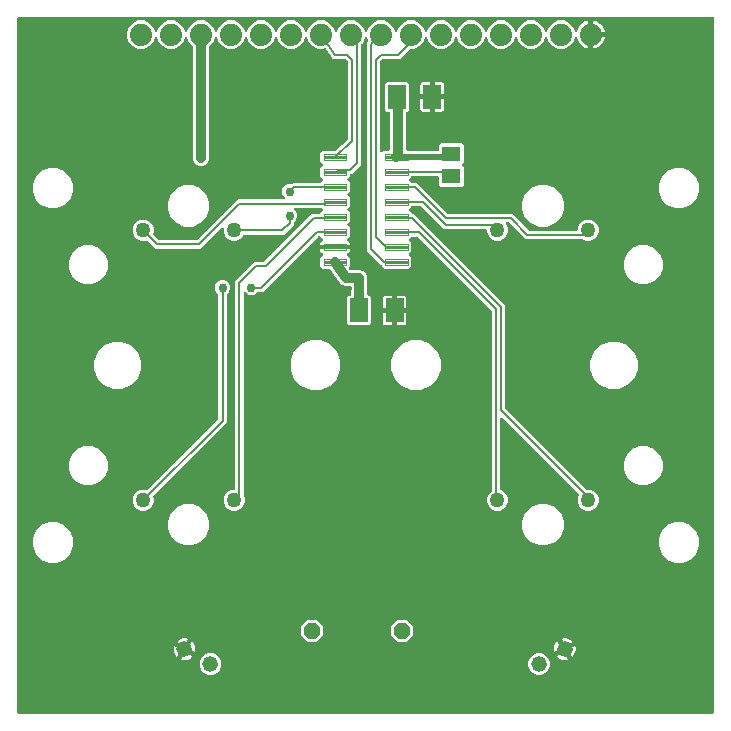
<source format=gbr>
G04 EAGLE Gerber X2 export*
%TF.Part,Single*%
%TF.FileFunction,Copper,L1,Top,Mixed*%
%TF.FilePolarity,Positive*%
%TF.GenerationSoftware,Autodesk,EAGLE,9.0.0*%
%TF.CreationDate,2018-09-03T19:42:11Z*%
G75*
%MOMM*%
%FSLAX34Y34*%
%LPD*%
%AMOC8*
5,1,8,0,0,1.08239X$1,22.5*%
G01*
%ADD10C,1.270000*%
%ADD11C,1.879600*%
%ADD12C,0.120000*%
%ADD13R,1.600000X1.300000*%
%ADD14R,1.500000X2.000000*%
%ADD15C,1.320800*%
%ADD16P,1.429621X8X22.500000*%
%ADD17C,0.203200*%
%ADD18C,0.756400*%
%ADD19C,0.152400*%
%ADD20C,0.508000*%
%ADD21C,0.812800*%

G36*
X593962Y5089D02*
X593962Y5089D01*
X594020Y5087D01*
X594102Y5109D01*
X594186Y5121D01*
X594239Y5144D01*
X594295Y5159D01*
X594368Y5202D01*
X594445Y5237D01*
X594490Y5275D01*
X594540Y5304D01*
X594598Y5366D01*
X594662Y5420D01*
X594694Y5469D01*
X594734Y5512D01*
X594773Y5587D01*
X594820Y5657D01*
X594837Y5713D01*
X594864Y5765D01*
X594875Y5833D01*
X594905Y5928D01*
X594908Y6028D01*
X594919Y6096D01*
X594919Y593904D01*
X594911Y593962D01*
X594913Y594020D01*
X594891Y594102D01*
X594879Y594186D01*
X594856Y594239D01*
X594841Y594295D01*
X594798Y594368D01*
X594763Y594445D01*
X594725Y594490D01*
X594696Y594540D01*
X594634Y594598D01*
X594580Y594662D01*
X594531Y594694D01*
X594488Y594734D01*
X594413Y594773D01*
X594343Y594820D01*
X594287Y594837D01*
X594235Y594864D01*
X594167Y594875D01*
X594072Y594905D01*
X593972Y594908D01*
X593904Y594919D01*
X6096Y594919D01*
X6038Y594911D01*
X5980Y594913D01*
X5898Y594891D01*
X5814Y594879D01*
X5761Y594856D01*
X5705Y594841D01*
X5632Y594798D01*
X5555Y594763D01*
X5510Y594725D01*
X5460Y594696D01*
X5402Y594634D01*
X5338Y594580D01*
X5306Y594531D01*
X5266Y594488D01*
X5227Y594413D01*
X5180Y594343D01*
X5163Y594287D01*
X5136Y594235D01*
X5125Y594167D01*
X5095Y594072D01*
X5092Y593972D01*
X5081Y593904D01*
X5081Y6096D01*
X5089Y6038D01*
X5087Y5980D01*
X5109Y5898D01*
X5121Y5814D01*
X5144Y5761D01*
X5159Y5705D01*
X5202Y5632D01*
X5237Y5555D01*
X5275Y5510D01*
X5304Y5460D01*
X5366Y5402D01*
X5420Y5338D01*
X5469Y5306D01*
X5512Y5266D01*
X5587Y5227D01*
X5657Y5180D01*
X5713Y5163D01*
X5765Y5136D01*
X5833Y5125D01*
X5928Y5095D01*
X6028Y5092D01*
X6096Y5081D01*
X593904Y5081D01*
X593962Y5089D01*
G37*
%LPC*%
G36*
X186732Y176859D02*
X186732Y176859D01*
X183464Y178213D01*
X180963Y180714D01*
X179609Y183982D01*
X179609Y187518D01*
X180963Y190786D01*
X183464Y193287D01*
X186732Y194641D01*
X188468Y194641D01*
X188526Y194649D01*
X188584Y194647D01*
X188666Y194669D01*
X188750Y194681D01*
X188803Y194704D01*
X188859Y194719D01*
X188932Y194762D01*
X189009Y194797D01*
X189054Y194835D01*
X189104Y194864D01*
X189162Y194926D01*
X189226Y194980D01*
X189258Y195029D01*
X189298Y195072D01*
X189337Y195147D01*
X189384Y195217D01*
X189401Y195273D01*
X189428Y195325D01*
X189439Y195393D01*
X189469Y195488D01*
X189472Y195588D01*
X189483Y195656D01*
X189483Y371297D01*
X205791Y387605D01*
X213498Y387605D01*
X213585Y387617D01*
X213672Y387620D01*
X213725Y387637D01*
X213780Y387645D01*
X213860Y387680D01*
X213943Y387707D01*
X213982Y387735D01*
X214039Y387761D01*
X214152Y387857D01*
X214216Y387902D01*
X254559Y428245D01*
X260444Y428245D01*
X260502Y428253D01*
X260560Y428251D01*
X260642Y428273D01*
X260726Y428285D01*
X260779Y428308D01*
X260835Y428323D01*
X260908Y428366D01*
X260985Y428401D01*
X261030Y428439D01*
X261080Y428468D01*
X261138Y428530D01*
X261202Y428584D01*
X261234Y428633D01*
X261274Y428676D01*
X261313Y428751D01*
X261360Y428821D01*
X261377Y428877D01*
X261404Y428929D01*
X261415Y428997D01*
X261445Y429092D01*
X261446Y429138D01*
X263390Y431082D01*
X263426Y431129D01*
X263468Y431169D01*
X263511Y431242D01*
X263561Y431309D01*
X263582Y431364D01*
X263612Y431414D01*
X263633Y431496D01*
X263663Y431575D01*
X263667Y431633D01*
X263682Y431690D01*
X263679Y431774D01*
X263686Y431858D01*
X263675Y431916D01*
X263673Y431974D01*
X263647Y432054D01*
X263630Y432137D01*
X263603Y432189D01*
X263585Y432245D01*
X263545Y432301D01*
X263499Y432389D01*
X263431Y432462D01*
X263390Y432518D01*
X262882Y433026D01*
X262812Y433079D01*
X262749Y433138D01*
X262699Y433164D01*
X262655Y433197D01*
X262573Y433228D01*
X262496Y433268D01*
X262448Y433276D01*
X262390Y433298D01*
X262242Y433310D01*
X262165Y433323D01*
X240501Y433323D01*
X240472Y433319D01*
X240443Y433322D01*
X240332Y433299D01*
X240220Y433283D01*
X240193Y433271D01*
X240164Y433266D01*
X240064Y433213D01*
X239961Y433167D01*
X239938Y433148D01*
X239912Y433135D01*
X239830Y433057D01*
X239744Y432984D01*
X239727Y432959D01*
X239706Y432939D01*
X239649Y432841D01*
X239586Y432747D01*
X239577Y432719D01*
X239562Y432694D01*
X239534Y432584D01*
X239500Y432476D01*
X239499Y432446D01*
X239492Y432418D01*
X239496Y432305D01*
X239493Y432192D01*
X239500Y432163D01*
X239501Y432134D01*
X239536Y432026D01*
X239565Y431917D01*
X239580Y431891D01*
X239589Y431863D01*
X239634Y431799D01*
X239710Y431672D01*
X239756Y431629D01*
X239784Y431590D01*
X241072Y430302D01*
X242035Y427978D01*
X242035Y425462D01*
X241072Y423138D01*
X239566Y421632D01*
X239514Y421563D01*
X239454Y421499D01*
X239428Y421449D01*
X239395Y421405D01*
X239364Y421323D01*
X239324Y421246D01*
X239316Y421198D01*
X239294Y421140D01*
X239282Y420992D01*
X239269Y420915D01*
X239269Y419151D01*
X230811Y410693D01*
X197328Y410693D01*
X197327Y410693D01*
X197325Y410693D01*
X197185Y410673D01*
X197047Y410653D01*
X197045Y410653D01*
X197044Y410653D01*
X196914Y410594D01*
X196787Y410537D01*
X196786Y410536D01*
X196785Y410535D01*
X196678Y410445D01*
X196570Y410354D01*
X196570Y410352D01*
X196568Y410351D01*
X196560Y410339D01*
X196413Y410117D01*
X196404Y410088D01*
X196390Y410067D01*
X196037Y409214D01*
X193536Y406713D01*
X190268Y405359D01*
X186732Y405359D01*
X183464Y406713D01*
X180963Y409214D01*
X179609Y412482D01*
X179609Y415968D01*
X179605Y415997D01*
X179608Y416027D01*
X179585Y416138D01*
X179569Y416250D01*
X179557Y416276D01*
X179552Y416305D01*
X179500Y416406D01*
X179453Y416509D01*
X179434Y416532D01*
X179421Y416558D01*
X179343Y416640D01*
X179270Y416726D01*
X179245Y416742D01*
X179225Y416764D01*
X179127Y416821D01*
X179033Y416884D01*
X179005Y416893D01*
X178980Y416907D01*
X178870Y416935D01*
X178762Y416970D01*
X178732Y416970D01*
X178704Y416978D01*
X178591Y416974D01*
X178478Y416977D01*
X178449Y416969D01*
X178420Y416968D01*
X178312Y416934D01*
X178203Y416905D01*
X178177Y416890D01*
X178149Y416881D01*
X178086Y416835D01*
X177958Y416760D01*
X177915Y416714D01*
X177876Y416686D01*
X162350Y401160D01*
X159969Y398779D01*
X121941Y398779D01*
X119560Y401160D01*
X115228Y405492D01*
X115226Y405493D01*
X115225Y405495D01*
X115110Y405581D01*
X115000Y405663D01*
X114999Y405664D01*
X114998Y405665D01*
X114864Y405715D01*
X114735Y405765D01*
X114733Y405765D01*
X114732Y405765D01*
X114587Y405777D01*
X114451Y405788D01*
X114450Y405788D01*
X114448Y405788D01*
X114433Y405784D01*
X114173Y405732D01*
X114146Y405718D01*
X114121Y405712D01*
X113268Y405359D01*
X109732Y405359D01*
X106464Y406713D01*
X103963Y409214D01*
X102609Y412482D01*
X102609Y416018D01*
X103963Y419286D01*
X106464Y421787D01*
X109732Y423141D01*
X113268Y423141D01*
X116536Y421787D01*
X119037Y419286D01*
X120391Y416018D01*
X120391Y412482D01*
X120038Y411629D01*
X120037Y411627D01*
X120036Y411626D01*
X120001Y411488D01*
X119967Y411353D01*
X119967Y411352D01*
X119966Y411350D01*
X119971Y411210D01*
X119975Y411069D01*
X119975Y411068D01*
X119975Y411066D01*
X120018Y410933D01*
X120061Y410799D01*
X120062Y410797D01*
X120063Y410796D01*
X120071Y410784D01*
X120220Y410562D01*
X120243Y410543D01*
X120258Y410522D01*
X124590Y406190D01*
X124660Y406138D01*
X124724Y406078D01*
X124773Y406052D01*
X124817Y406019D01*
X124899Y405988D01*
X124977Y405948D01*
X125024Y405940D01*
X125083Y405918D01*
X125230Y405906D01*
X125308Y405893D01*
X156602Y405893D01*
X156689Y405905D01*
X156776Y405908D01*
X156829Y405925D01*
X156884Y405933D01*
X156964Y405968D01*
X157047Y405995D01*
X157086Y406023D01*
X157143Y406049D01*
X157256Y406145D01*
X157320Y406190D01*
X191567Y440437D01*
X230923Y440437D01*
X230952Y440441D01*
X230981Y440438D01*
X231092Y440461D01*
X231204Y440477D01*
X231231Y440489D01*
X231260Y440494D01*
X231360Y440547D01*
X231463Y440593D01*
X231486Y440612D01*
X231512Y440625D01*
X231594Y440703D01*
X231680Y440776D01*
X231697Y440801D01*
X231718Y440821D01*
X231775Y440919D01*
X231838Y441013D01*
X231847Y441041D01*
X231862Y441066D01*
X231890Y441176D01*
X231924Y441284D01*
X231925Y441314D01*
X231932Y441342D01*
X231928Y441455D01*
X231931Y441568D01*
X231924Y441597D01*
X231923Y441626D01*
X231888Y441734D01*
X231859Y441843D01*
X231844Y441869D01*
X231835Y441897D01*
X231790Y441961D01*
X231714Y442088D01*
X231668Y442131D01*
X231640Y442170D01*
X230352Y443458D01*
X229389Y445782D01*
X229389Y448298D01*
X230352Y450622D01*
X232130Y452400D01*
X234454Y453363D01*
X236584Y453363D01*
X236671Y453375D01*
X236758Y453378D01*
X236811Y453395D01*
X236866Y453403D01*
X236946Y453438D01*
X237029Y453465D01*
X237068Y453493D01*
X237125Y453519D01*
X237238Y453615D01*
X237302Y453660D01*
X238049Y454407D01*
X260895Y454407D01*
X260981Y454419D01*
X261069Y454422D01*
X261121Y454439D01*
X261176Y454447D01*
X261256Y454482D01*
X261339Y454509D01*
X261378Y454537D01*
X261435Y454563D01*
X261549Y454659D01*
X261612Y454704D01*
X263390Y456482D01*
X263426Y456529D01*
X263468Y456569D01*
X263511Y456642D01*
X263561Y456709D01*
X263582Y456764D01*
X263612Y456814D01*
X263632Y456896D01*
X263663Y456975D01*
X263667Y457033D01*
X263682Y457090D01*
X263679Y457174D01*
X263686Y457258D01*
X263675Y457316D01*
X263673Y457374D01*
X263647Y457454D01*
X263630Y457537D01*
X263603Y457589D01*
X263585Y457645D01*
X263545Y457701D01*
X263499Y457789D01*
X263431Y457862D01*
X263390Y457918D01*
X261459Y459849D01*
X261459Y467251D01*
X263390Y469182D01*
X263426Y469229D01*
X263468Y469269D01*
X263511Y469342D01*
X263561Y469409D01*
X263582Y469464D01*
X263612Y469514D01*
X263632Y469596D01*
X263663Y469675D01*
X263667Y469733D01*
X263682Y469790D01*
X263679Y469874D01*
X263686Y469958D01*
X263675Y470016D01*
X263673Y470074D01*
X263647Y470154D01*
X263630Y470237D01*
X263603Y470289D01*
X263585Y470345D01*
X263545Y470401D01*
X263499Y470489D01*
X263430Y470562D01*
X263390Y470618D01*
X261459Y472549D01*
X261459Y479951D01*
X263299Y481791D01*
X274352Y481791D01*
X274420Y481800D01*
X274488Y481800D01*
X274560Y481820D01*
X274634Y481831D01*
X274696Y481858D01*
X274761Y481877D01*
X274814Y481911D01*
X274893Y481947D01*
X274980Y482020D01*
X275042Y482061D01*
X284662Y490965D01*
X284729Y491048D01*
X284802Y491126D01*
X284819Y491158D01*
X284841Y491185D01*
X284883Y491284D01*
X284932Y491379D01*
X284937Y491410D01*
X284953Y491447D01*
X284978Y491654D01*
X284987Y491710D01*
X284987Y556906D01*
X284975Y556993D01*
X284972Y557080D01*
X284955Y557133D01*
X284947Y557188D01*
X284912Y557268D01*
X284885Y557351D01*
X284857Y557390D01*
X284831Y557447D01*
X284735Y557560D01*
X284690Y557624D01*
X283304Y559010D01*
X283234Y559062D01*
X283170Y559122D01*
X283121Y559148D01*
X283077Y559181D01*
X282995Y559212D01*
X282917Y559252D01*
X282870Y559260D01*
X282811Y559282D01*
X282664Y559294D01*
X282586Y559307D01*
X275803Y559307D01*
X275795Y559306D01*
X275788Y559307D01*
X275655Y559286D01*
X275521Y559267D01*
X275515Y559264D01*
X275507Y559263D01*
X275465Y559242D01*
X275262Y559151D01*
X275234Y559127D01*
X275217Y559119D01*
X274117Y559295D01*
X274023Y559296D01*
X273958Y559307D01*
X272846Y559307D01*
X272843Y559311D01*
X272734Y559391D01*
X272626Y559472D01*
X272619Y559474D01*
X272614Y559478D01*
X272568Y559494D01*
X272361Y559573D01*
X272324Y559576D01*
X272306Y559582D01*
X271653Y560483D01*
X271587Y560551D01*
X271549Y560605D01*
X270763Y561391D01*
X270763Y561396D01*
X270742Y561530D01*
X270723Y561663D01*
X270721Y561669D01*
X270719Y561677D01*
X270698Y561720D01*
X270607Y561922D01*
X270583Y561950D01*
X270570Y561977D01*
X266195Y568013D01*
X266138Y568072D01*
X266089Y568137D01*
X266040Y568174D01*
X265998Y568218D01*
X265927Y568259D01*
X265861Y568308D01*
X265804Y568329D01*
X265751Y568360D01*
X265672Y568379D01*
X265595Y568408D01*
X265534Y568413D01*
X265475Y568427D01*
X265393Y568424D01*
X265312Y568431D01*
X265261Y568419D01*
X265191Y568416D01*
X265061Y568373D01*
X264985Y568355D01*
X264275Y568061D01*
X259525Y568061D01*
X255137Y569879D01*
X251779Y573237D01*
X250138Y577199D01*
X250123Y577224D01*
X250114Y577252D01*
X250051Y577346D01*
X249993Y577443D01*
X249972Y577464D01*
X249956Y577488D01*
X249869Y577561D01*
X249787Y577639D01*
X249761Y577652D01*
X249738Y577671D01*
X249635Y577717D01*
X249534Y577769D01*
X249505Y577775D01*
X249478Y577786D01*
X249366Y577802D01*
X249255Y577824D01*
X249226Y577821D01*
X249197Y577825D01*
X249085Y577809D01*
X248972Y577799D01*
X248945Y577789D01*
X248916Y577785D01*
X248812Y577738D01*
X248707Y577697D01*
X248683Y577680D01*
X248656Y577668D01*
X248570Y577594D01*
X248480Y577526D01*
X248462Y577502D01*
X248440Y577483D01*
X248398Y577417D01*
X248310Y577298D01*
X248288Y577240D01*
X248262Y577199D01*
X246621Y573237D01*
X243263Y569879D01*
X238875Y568061D01*
X234125Y568061D01*
X229737Y569879D01*
X226379Y573237D01*
X224738Y577199D01*
X224723Y577224D01*
X224714Y577252D01*
X224651Y577346D01*
X224593Y577443D01*
X224572Y577464D01*
X224556Y577488D01*
X224469Y577561D01*
X224387Y577639D01*
X224361Y577652D01*
X224338Y577671D01*
X224235Y577717D01*
X224134Y577769D01*
X224105Y577775D01*
X224078Y577786D01*
X223966Y577802D01*
X223855Y577824D01*
X223826Y577821D01*
X223797Y577825D01*
X223685Y577809D01*
X223572Y577799D01*
X223545Y577789D01*
X223516Y577785D01*
X223412Y577738D01*
X223307Y577697D01*
X223283Y577680D01*
X223256Y577668D01*
X223170Y577594D01*
X223080Y577526D01*
X223062Y577502D01*
X223040Y577483D01*
X222998Y577417D01*
X222910Y577298D01*
X222888Y577240D01*
X222862Y577199D01*
X221221Y573237D01*
X217863Y569879D01*
X213475Y568061D01*
X208725Y568061D01*
X204337Y569879D01*
X200979Y573237D01*
X199338Y577199D01*
X199323Y577224D01*
X199314Y577252D01*
X199251Y577346D01*
X199193Y577443D01*
X199172Y577464D01*
X199156Y577488D01*
X199069Y577561D01*
X198987Y577639D01*
X198961Y577652D01*
X198938Y577671D01*
X198835Y577717D01*
X198734Y577769D01*
X198705Y577775D01*
X198678Y577786D01*
X198566Y577802D01*
X198455Y577824D01*
X198426Y577821D01*
X198397Y577825D01*
X198285Y577809D01*
X198172Y577799D01*
X198145Y577789D01*
X198116Y577785D01*
X198012Y577738D01*
X197907Y577697D01*
X197883Y577680D01*
X197856Y577668D01*
X197770Y577594D01*
X197680Y577526D01*
X197662Y577502D01*
X197640Y577483D01*
X197598Y577417D01*
X197510Y577298D01*
X197488Y577240D01*
X197462Y577199D01*
X195821Y573237D01*
X192463Y569879D01*
X188075Y568061D01*
X183325Y568061D01*
X178937Y569879D01*
X175579Y573237D01*
X173938Y577199D01*
X173923Y577224D01*
X173914Y577252D01*
X173851Y577346D01*
X173793Y577443D01*
X173772Y577464D01*
X173756Y577488D01*
X173669Y577561D01*
X173587Y577639D01*
X173561Y577652D01*
X173538Y577671D01*
X173435Y577717D01*
X173334Y577769D01*
X173305Y577775D01*
X173278Y577786D01*
X173166Y577802D01*
X173055Y577824D01*
X173026Y577821D01*
X172997Y577825D01*
X172885Y577809D01*
X172772Y577799D01*
X172745Y577789D01*
X172716Y577785D01*
X172612Y577738D01*
X172507Y577697D01*
X172483Y577680D01*
X172456Y577668D01*
X172370Y577594D01*
X172280Y577526D01*
X172262Y577502D01*
X172240Y577483D01*
X172198Y577417D01*
X172110Y577298D01*
X172088Y577240D01*
X172062Y577199D01*
X170421Y573237D01*
X167225Y570042D01*
X167172Y569971D01*
X167112Y569906D01*
X167087Y569858D01*
X167055Y569814D01*
X167023Y569731D01*
X166983Y569653D01*
X166975Y569606D01*
X166953Y569549D01*
X166941Y569399D01*
X166928Y569321D01*
X167136Y474189D01*
X166135Y471759D01*
X164282Y469897D01*
X161856Y468886D01*
X159229Y468880D01*
X156799Y469881D01*
X154937Y471734D01*
X153926Y474160D01*
X153719Y569279D01*
X153706Y569365D01*
X153704Y569451D01*
X153686Y569505D01*
X153678Y569561D01*
X153643Y569639D01*
X153616Y569721D01*
X153588Y569761D01*
X153561Y569820D01*
X153467Y569931D01*
X153421Y569995D01*
X150179Y573237D01*
X148538Y577199D01*
X148523Y577224D01*
X148514Y577252D01*
X148451Y577346D01*
X148393Y577443D01*
X148372Y577464D01*
X148356Y577488D01*
X148269Y577561D01*
X148187Y577639D01*
X148161Y577652D01*
X148138Y577671D01*
X148035Y577717D01*
X147934Y577769D01*
X147905Y577775D01*
X147878Y577786D01*
X147766Y577802D01*
X147655Y577824D01*
X147626Y577821D01*
X147597Y577825D01*
X147485Y577809D01*
X147372Y577799D01*
X147345Y577789D01*
X147316Y577785D01*
X147212Y577738D01*
X147107Y577697D01*
X147083Y577680D01*
X147056Y577668D01*
X146970Y577594D01*
X146880Y577526D01*
X146862Y577502D01*
X146840Y577483D01*
X146798Y577417D01*
X146710Y577298D01*
X146688Y577240D01*
X146662Y577199D01*
X145021Y573237D01*
X141663Y569879D01*
X137275Y568061D01*
X132525Y568061D01*
X128137Y569879D01*
X124779Y573237D01*
X123138Y577199D01*
X123123Y577224D01*
X123114Y577252D01*
X123051Y577346D01*
X122993Y577443D01*
X122972Y577464D01*
X122956Y577488D01*
X122869Y577561D01*
X122787Y577639D01*
X122761Y577652D01*
X122738Y577671D01*
X122635Y577717D01*
X122534Y577769D01*
X122505Y577775D01*
X122478Y577786D01*
X122366Y577802D01*
X122255Y577824D01*
X122226Y577821D01*
X122197Y577825D01*
X122085Y577809D01*
X121972Y577799D01*
X121945Y577789D01*
X121916Y577785D01*
X121812Y577738D01*
X121707Y577697D01*
X121683Y577680D01*
X121656Y577668D01*
X121570Y577594D01*
X121480Y577526D01*
X121462Y577502D01*
X121440Y577483D01*
X121398Y577417D01*
X121310Y577298D01*
X121288Y577240D01*
X121262Y577199D01*
X119621Y573237D01*
X116263Y569879D01*
X111875Y568061D01*
X107125Y568061D01*
X102737Y569879D01*
X99379Y573237D01*
X97561Y577625D01*
X97561Y582375D01*
X99379Y586763D01*
X102737Y590121D01*
X107125Y591939D01*
X111875Y591939D01*
X116263Y590121D01*
X119621Y586763D01*
X121262Y582801D01*
X121277Y582776D01*
X121286Y582748D01*
X121349Y582654D01*
X121407Y582557D01*
X121428Y582536D01*
X121444Y582512D01*
X121531Y582439D01*
X121613Y582361D01*
X121639Y582348D01*
X121662Y582329D01*
X121765Y582283D01*
X121866Y582231D01*
X121895Y582225D01*
X121922Y582214D01*
X122034Y582198D01*
X122145Y582176D01*
X122174Y582179D01*
X122203Y582175D01*
X122315Y582191D01*
X122428Y582201D01*
X122455Y582211D01*
X122485Y582215D01*
X122588Y582262D01*
X122693Y582303D01*
X122717Y582320D01*
X122744Y582332D01*
X122830Y582406D01*
X122920Y582474D01*
X122938Y582498D01*
X122960Y582517D01*
X123002Y582583D01*
X123090Y582702D01*
X123112Y582760D01*
X123138Y582801D01*
X124779Y586763D01*
X128137Y590121D01*
X132525Y591939D01*
X137275Y591939D01*
X141663Y590121D01*
X145021Y586763D01*
X146662Y582801D01*
X146677Y582776D01*
X146686Y582748D01*
X146749Y582654D01*
X146807Y582557D01*
X146828Y582536D01*
X146844Y582512D01*
X146931Y582439D01*
X147013Y582361D01*
X147039Y582348D01*
X147062Y582329D01*
X147165Y582283D01*
X147266Y582231D01*
X147295Y582225D01*
X147322Y582214D01*
X147434Y582198D01*
X147545Y582176D01*
X147574Y582179D01*
X147603Y582175D01*
X147715Y582191D01*
X147828Y582201D01*
X147855Y582211D01*
X147885Y582215D01*
X147988Y582262D01*
X148093Y582303D01*
X148117Y582320D01*
X148144Y582332D01*
X148230Y582406D01*
X148320Y582474D01*
X148338Y582498D01*
X148360Y582517D01*
X148402Y582583D01*
X148490Y582702D01*
X148512Y582760D01*
X148538Y582801D01*
X150179Y586763D01*
X153537Y590121D01*
X157925Y591939D01*
X162675Y591939D01*
X167063Y590121D01*
X170421Y586763D01*
X172062Y582801D01*
X172077Y582776D01*
X172086Y582748D01*
X172149Y582654D01*
X172207Y582557D01*
X172228Y582536D01*
X172244Y582512D01*
X172331Y582439D01*
X172413Y582361D01*
X172439Y582348D01*
X172462Y582329D01*
X172565Y582283D01*
X172666Y582231D01*
X172695Y582225D01*
X172722Y582214D01*
X172834Y582198D01*
X172945Y582176D01*
X172974Y582179D01*
X173003Y582175D01*
X173115Y582191D01*
X173228Y582201D01*
X173255Y582211D01*
X173285Y582215D01*
X173388Y582262D01*
X173493Y582303D01*
X173517Y582320D01*
X173544Y582332D01*
X173630Y582406D01*
X173720Y582474D01*
X173738Y582498D01*
X173760Y582517D01*
X173802Y582583D01*
X173890Y582702D01*
X173912Y582760D01*
X173938Y582801D01*
X175579Y586763D01*
X178937Y590121D01*
X183325Y591939D01*
X188075Y591939D01*
X192463Y590121D01*
X195821Y586763D01*
X197462Y582801D01*
X197477Y582776D01*
X197486Y582748D01*
X197549Y582654D01*
X197607Y582557D01*
X197628Y582536D01*
X197644Y582512D01*
X197731Y582439D01*
X197813Y582361D01*
X197839Y582348D01*
X197862Y582329D01*
X197965Y582283D01*
X198066Y582231D01*
X198095Y582225D01*
X198122Y582214D01*
X198234Y582198D01*
X198345Y582176D01*
X198374Y582179D01*
X198403Y582175D01*
X198515Y582191D01*
X198628Y582201D01*
X198655Y582211D01*
X198685Y582215D01*
X198788Y582262D01*
X198893Y582303D01*
X198917Y582320D01*
X198944Y582332D01*
X199030Y582406D01*
X199120Y582474D01*
X199138Y582498D01*
X199160Y582517D01*
X199202Y582583D01*
X199290Y582702D01*
X199312Y582760D01*
X199338Y582801D01*
X200979Y586763D01*
X204337Y590121D01*
X208725Y591939D01*
X213475Y591939D01*
X217863Y590121D01*
X221221Y586763D01*
X222862Y582801D01*
X222877Y582776D01*
X222886Y582748D01*
X222949Y582654D01*
X223007Y582557D01*
X223028Y582536D01*
X223044Y582512D01*
X223131Y582439D01*
X223213Y582361D01*
X223239Y582348D01*
X223262Y582329D01*
X223365Y582283D01*
X223466Y582231D01*
X223495Y582225D01*
X223522Y582214D01*
X223634Y582198D01*
X223745Y582176D01*
X223774Y582179D01*
X223803Y582175D01*
X223915Y582191D01*
X224028Y582201D01*
X224055Y582211D01*
X224085Y582215D01*
X224188Y582262D01*
X224293Y582303D01*
X224317Y582320D01*
X224344Y582332D01*
X224430Y582406D01*
X224520Y582474D01*
X224538Y582498D01*
X224560Y582517D01*
X224602Y582583D01*
X224690Y582702D01*
X224712Y582760D01*
X224738Y582801D01*
X226379Y586763D01*
X229737Y590121D01*
X234125Y591939D01*
X238875Y591939D01*
X243263Y590121D01*
X246621Y586763D01*
X248262Y582801D01*
X248277Y582776D01*
X248286Y582748D01*
X248349Y582654D01*
X248407Y582557D01*
X248428Y582536D01*
X248444Y582512D01*
X248531Y582439D01*
X248613Y582361D01*
X248639Y582348D01*
X248662Y582329D01*
X248765Y582283D01*
X248866Y582231D01*
X248895Y582225D01*
X248922Y582214D01*
X249034Y582198D01*
X249145Y582176D01*
X249174Y582179D01*
X249203Y582175D01*
X249315Y582191D01*
X249428Y582201D01*
X249455Y582211D01*
X249485Y582215D01*
X249588Y582262D01*
X249693Y582303D01*
X249717Y582320D01*
X249744Y582332D01*
X249830Y582406D01*
X249920Y582474D01*
X249938Y582498D01*
X249960Y582517D01*
X250002Y582583D01*
X250090Y582702D01*
X250112Y582760D01*
X250138Y582801D01*
X251779Y586763D01*
X255137Y590121D01*
X259525Y591939D01*
X264275Y591939D01*
X268663Y590121D01*
X272021Y586763D01*
X273662Y582801D01*
X273677Y582776D01*
X273686Y582748D01*
X273749Y582654D01*
X273807Y582557D01*
X273828Y582536D01*
X273844Y582512D01*
X273931Y582439D01*
X274013Y582361D01*
X274039Y582348D01*
X274062Y582329D01*
X274165Y582283D01*
X274266Y582231D01*
X274295Y582225D01*
X274322Y582214D01*
X274434Y582198D01*
X274545Y582176D01*
X274574Y582179D01*
X274603Y582175D01*
X274715Y582191D01*
X274828Y582201D01*
X274855Y582211D01*
X274885Y582215D01*
X274988Y582262D01*
X275093Y582303D01*
X275117Y582320D01*
X275144Y582332D01*
X275230Y582406D01*
X275320Y582474D01*
X275338Y582498D01*
X275360Y582517D01*
X275402Y582583D01*
X275490Y582702D01*
X275512Y582760D01*
X275538Y582801D01*
X277179Y586763D01*
X280537Y590121D01*
X284925Y591939D01*
X289675Y591939D01*
X294063Y590121D01*
X297421Y586763D01*
X299062Y582801D01*
X299077Y582776D01*
X299086Y582748D01*
X299149Y582654D01*
X299207Y582557D01*
X299228Y582536D01*
X299244Y582512D01*
X299331Y582439D01*
X299413Y582361D01*
X299439Y582348D01*
X299462Y582329D01*
X299565Y582283D01*
X299666Y582231D01*
X299695Y582225D01*
X299722Y582214D01*
X299834Y582198D01*
X299945Y582176D01*
X299974Y582179D01*
X300003Y582175D01*
X300115Y582191D01*
X300228Y582201D01*
X300255Y582211D01*
X300285Y582215D01*
X300388Y582262D01*
X300493Y582303D01*
X300517Y582320D01*
X300544Y582332D01*
X300630Y582406D01*
X300720Y582474D01*
X300738Y582498D01*
X300760Y582517D01*
X300802Y582583D01*
X300890Y582702D01*
X300912Y582760D01*
X300938Y582801D01*
X302579Y586763D01*
X305937Y590121D01*
X310325Y591939D01*
X315075Y591939D01*
X319463Y590121D01*
X322821Y586763D01*
X324462Y582801D01*
X324477Y582776D01*
X324486Y582748D01*
X324549Y582654D01*
X324607Y582557D01*
X324628Y582536D01*
X324644Y582512D01*
X324731Y582439D01*
X324813Y582361D01*
X324839Y582348D01*
X324862Y582329D01*
X324965Y582283D01*
X325066Y582231D01*
X325095Y582225D01*
X325122Y582214D01*
X325234Y582198D01*
X325345Y582176D01*
X325374Y582179D01*
X325403Y582175D01*
X325515Y582191D01*
X325628Y582201D01*
X325655Y582211D01*
X325685Y582215D01*
X325788Y582262D01*
X325893Y582303D01*
X325917Y582320D01*
X325944Y582332D01*
X326030Y582406D01*
X326120Y582474D01*
X326138Y582498D01*
X326160Y582517D01*
X326202Y582583D01*
X326290Y582702D01*
X326312Y582760D01*
X326338Y582801D01*
X327979Y586763D01*
X331337Y590121D01*
X335725Y591939D01*
X340475Y591939D01*
X344863Y590121D01*
X348221Y586763D01*
X349862Y582801D01*
X349877Y582776D01*
X349886Y582748D01*
X349949Y582654D01*
X350007Y582557D01*
X350028Y582536D01*
X350044Y582512D01*
X350131Y582439D01*
X350213Y582361D01*
X350239Y582348D01*
X350262Y582329D01*
X350365Y582283D01*
X350466Y582231D01*
X350495Y582225D01*
X350522Y582214D01*
X350634Y582198D01*
X350745Y582176D01*
X350774Y582179D01*
X350803Y582175D01*
X350915Y582191D01*
X351028Y582201D01*
X351055Y582211D01*
X351085Y582215D01*
X351188Y582262D01*
X351293Y582303D01*
X351317Y582320D01*
X351344Y582332D01*
X351430Y582406D01*
X351520Y582474D01*
X351538Y582498D01*
X351560Y582517D01*
X351602Y582583D01*
X351690Y582702D01*
X351712Y582760D01*
X351738Y582801D01*
X353379Y586763D01*
X356737Y590121D01*
X361125Y591939D01*
X365875Y591939D01*
X370263Y590121D01*
X373621Y586763D01*
X375262Y582801D01*
X375277Y582776D01*
X375286Y582748D01*
X375349Y582654D01*
X375407Y582557D01*
X375428Y582536D01*
X375444Y582512D01*
X375531Y582439D01*
X375613Y582361D01*
X375639Y582348D01*
X375662Y582329D01*
X375765Y582283D01*
X375866Y582231D01*
X375895Y582225D01*
X375922Y582214D01*
X376034Y582198D01*
X376145Y582176D01*
X376174Y582179D01*
X376203Y582175D01*
X376315Y582191D01*
X376428Y582201D01*
X376455Y582211D01*
X376484Y582215D01*
X376588Y582262D01*
X376693Y582303D01*
X376717Y582320D01*
X376744Y582332D01*
X376830Y582406D01*
X376920Y582474D01*
X376938Y582498D01*
X376960Y582517D01*
X377002Y582583D01*
X377090Y582702D01*
X377112Y582760D01*
X377138Y582801D01*
X378779Y586763D01*
X382137Y590121D01*
X386525Y591939D01*
X391275Y591939D01*
X395663Y590121D01*
X399021Y586763D01*
X400662Y582801D01*
X400677Y582776D01*
X400686Y582748D01*
X400749Y582654D01*
X400807Y582557D01*
X400828Y582536D01*
X400844Y582512D01*
X400931Y582439D01*
X401013Y582361D01*
X401039Y582348D01*
X401062Y582329D01*
X401165Y582283D01*
X401266Y582231D01*
X401295Y582226D01*
X401322Y582214D01*
X401434Y582198D01*
X401545Y582176D01*
X401574Y582179D01*
X401603Y582175D01*
X401715Y582191D01*
X401828Y582201D01*
X401855Y582211D01*
X401885Y582215D01*
X401988Y582262D01*
X402093Y582303D01*
X402117Y582320D01*
X402144Y582332D01*
X402230Y582406D01*
X402320Y582474D01*
X402338Y582498D01*
X402360Y582517D01*
X402402Y582583D01*
X402490Y582702D01*
X402512Y582761D01*
X402538Y582801D01*
X404179Y586763D01*
X407537Y590121D01*
X411925Y591939D01*
X416675Y591939D01*
X421063Y590121D01*
X424421Y586763D01*
X426062Y582801D01*
X426077Y582776D01*
X426086Y582748D01*
X426149Y582654D01*
X426207Y582557D01*
X426228Y582536D01*
X426244Y582512D01*
X426331Y582439D01*
X426413Y582361D01*
X426439Y582348D01*
X426462Y582329D01*
X426565Y582283D01*
X426666Y582231D01*
X426695Y582226D01*
X426722Y582214D01*
X426834Y582198D01*
X426945Y582176D01*
X426974Y582179D01*
X427003Y582175D01*
X427115Y582191D01*
X427228Y582201D01*
X427255Y582211D01*
X427285Y582215D01*
X427388Y582262D01*
X427493Y582303D01*
X427517Y582320D01*
X427544Y582332D01*
X427630Y582406D01*
X427720Y582474D01*
X427738Y582498D01*
X427760Y582517D01*
X427802Y582583D01*
X427890Y582702D01*
X427912Y582761D01*
X427938Y582801D01*
X429579Y586763D01*
X432937Y590121D01*
X437325Y591939D01*
X442075Y591939D01*
X446463Y590121D01*
X449821Y586763D01*
X451462Y582801D01*
X451477Y582776D01*
X451486Y582748D01*
X451549Y582654D01*
X451607Y582557D01*
X451628Y582536D01*
X451644Y582512D01*
X451731Y582439D01*
X451813Y582361D01*
X451839Y582348D01*
X451862Y582329D01*
X451965Y582283D01*
X452066Y582231D01*
X452095Y582226D01*
X452122Y582214D01*
X452234Y582198D01*
X452345Y582176D01*
X452374Y582179D01*
X452403Y582175D01*
X452515Y582191D01*
X452628Y582201D01*
X452655Y582211D01*
X452685Y582215D01*
X452788Y582262D01*
X452893Y582303D01*
X452917Y582320D01*
X452944Y582332D01*
X453030Y582406D01*
X453120Y582474D01*
X453138Y582498D01*
X453160Y582517D01*
X453202Y582583D01*
X453290Y582702D01*
X453312Y582761D01*
X453338Y582801D01*
X454979Y586763D01*
X458337Y590121D01*
X462725Y591939D01*
X467475Y591939D01*
X471863Y590121D01*
X475221Y586763D01*
X476927Y582645D01*
X476945Y582614D01*
X476956Y582580D01*
X476976Y582552D01*
X476988Y582521D01*
X477033Y582465D01*
X477071Y582400D01*
X477097Y582375D01*
X477117Y582346D01*
X477144Y582324D01*
X477165Y582298D01*
X477223Y582257D01*
X477278Y582205D01*
X477310Y582188D01*
X477337Y582166D01*
X477369Y582152D01*
X477396Y582133D01*
X477463Y582109D01*
X477531Y582074D01*
X477566Y582068D01*
X477598Y582054D01*
X477633Y582049D01*
X477664Y582038D01*
X477735Y582034D01*
X477810Y582019D01*
X477845Y582022D01*
X477880Y582018D01*
X477915Y582023D01*
X477948Y582022D01*
X478018Y582037D01*
X478093Y582044D01*
X478126Y582057D01*
X478161Y582062D01*
X478193Y582077D01*
X478225Y582084D01*
X478288Y582119D01*
X478358Y582146D01*
X478387Y582167D01*
X478419Y582182D01*
X478445Y582205D01*
X478474Y582221D01*
X478525Y582272D01*
X478585Y582317D01*
X478606Y582346D01*
X478633Y582369D01*
X478652Y582398D01*
X478675Y582422D01*
X478704Y582476D01*
X478755Y582545D01*
X478768Y582578D01*
X478787Y582608D01*
X478803Y582667D01*
X478831Y582720D01*
X479436Y584583D01*
X480289Y586257D01*
X481394Y587778D01*
X482722Y589106D01*
X484243Y590211D01*
X485917Y591064D01*
X487704Y591645D01*
X488469Y591766D01*
X488469Y581016D01*
X488477Y580958D01*
X488475Y580900D01*
X488497Y580818D01*
X488509Y580735D01*
X488533Y580681D01*
X488547Y580625D01*
X488590Y580552D01*
X488625Y580475D01*
X488663Y580431D01*
X488693Y580380D01*
X488754Y580323D01*
X488809Y580258D01*
X488857Y580226D01*
X488900Y580186D01*
X488975Y580147D01*
X489045Y580101D01*
X489101Y580083D01*
X489153Y580056D01*
X489221Y580045D01*
X489316Y580015D01*
X489416Y580012D01*
X489484Y580001D01*
X490501Y580001D01*
X490501Y579999D01*
X489484Y579999D01*
X489426Y579991D01*
X489368Y579992D01*
X489286Y579971D01*
X489203Y579959D01*
X489149Y579935D01*
X489093Y579921D01*
X489020Y579878D01*
X488943Y579843D01*
X488898Y579805D01*
X488848Y579775D01*
X488790Y579714D01*
X488726Y579659D01*
X488694Y579611D01*
X488654Y579568D01*
X488615Y579493D01*
X488569Y579423D01*
X488551Y579367D01*
X488524Y579315D01*
X488513Y579247D01*
X488483Y579152D01*
X488480Y579052D01*
X488469Y578984D01*
X488469Y568234D01*
X487704Y568355D01*
X485917Y568936D01*
X484243Y569789D01*
X482722Y570894D01*
X481394Y572222D01*
X480289Y573743D01*
X479436Y575417D01*
X478831Y577280D01*
X478816Y577311D01*
X478808Y577344D01*
X478790Y577375D01*
X478779Y577409D01*
X478738Y577470D01*
X478706Y577536D01*
X478683Y577560D01*
X478666Y577591D01*
X478641Y577615D01*
X478621Y577645D01*
X478563Y577693D01*
X478515Y577747D01*
X478487Y577764D01*
X478462Y577788D01*
X478430Y577805D01*
X478403Y577828D01*
X478334Y577858D01*
X478273Y577896D01*
X478242Y577905D01*
X478211Y577922D01*
X478176Y577929D01*
X478143Y577943D01*
X478068Y577954D01*
X477999Y577973D01*
X477967Y577973D01*
X477932Y577980D01*
X477897Y577977D01*
X477862Y577982D01*
X477787Y577971D01*
X477715Y577971D01*
X477684Y577961D01*
X477649Y577959D01*
X477616Y577947D01*
X477580Y577941D01*
X477511Y577910D01*
X477443Y577890D01*
X477415Y577872D01*
X477382Y577860D01*
X477354Y577839D01*
X477321Y577824D01*
X477264Y577775D01*
X477203Y577737D01*
X477182Y577712D01*
X477154Y577691D01*
X477132Y577663D01*
X477105Y577640D01*
X477071Y577586D01*
X477016Y577523D01*
X477002Y577493D01*
X476981Y577466D01*
X476955Y577400D01*
X476927Y577355D01*
X475221Y573237D01*
X471863Y569879D01*
X467475Y568061D01*
X462725Y568061D01*
X458337Y569879D01*
X454979Y573237D01*
X453338Y577199D01*
X453323Y577224D01*
X453314Y577252D01*
X453251Y577346D01*
X453193Y577443D01*
X453172Y577464D01*
X453156Y577488D01*
X453069Y577561D01*
X452987Y577639D01*
X452961Y577652D01*
X452938Y577671D01*
X452835Y577717D01*
X452734Y577769D01*
X452705Y577775D01*
X452678Y577786D01*
X452566Y577802D01*
X452455Y577824D01*
X452426Y577821D01*
X452397Y577825D01*
X452285Y577809D01*
X452172Y577799D01*
X452145Y577789D01*
X452116Y577785D01*
X452012Y577738D01*
X451907Y577697D01*
X451883Y577680D01*
X451856Y577668D01*
X451770Y577594D01*
X451680Y577526D01*
X451662Y577502D01*
X451640Y577483D01*
X451598Y577417D01*
X451510Y577298D01*
X451488Y577240D01*
X451462Y577199D01*
X449821Y573237D01*
X446463Y569879D01*
X442075Y568061D01*
X437325Y568061D01*
X432937Y569879D01*
X429579Y573237D01*
X427938Y577199D01*
X427923Y577224D01*
X427914Y577252D01*
X427851Y577346D01*
X427793Y577443D01*
X427772Y577464D01*
X427756Y577488D01*
X427669Y577561D01*
X427587Y577639D01*
X427561Y577652D01*
X427538Y577671D01*
X427435Y577717D01*
X427334Y577769D01*
X427305Y577775D01*
X427278Y577786D01*
X427166Y577802D01*
X427055Y577824D01*
X427026Y577821D01*
X426997Y577825D01*
X426885Y577809D01*
X426772Y577799D01*
X426745Y577789D01*
X426716Y577785D01*
X426612Y577738D01*
X426507Y577697D01*
X426483Y577680D01*
X426456Y577668D01*
X426370Y577594D01*
X426280Y577526D01*
X426262Y577502D01*
X426240Y577483D01*
X426198Y577417D01*
X426110Y577298D01*
X426088Y577240D01*
X426062Y577199D01*
X424421Y573237D01*
X421063Y569879D01*
X416675Y568061D01*
X411925Y568061D01*
X407537Y569879D01*
X404179Y573237D01*
X402538Y577199D01*
X402523Y577224D01*
X402514Y577252D01*
X402451Y577346D01*
X402393Y577443D01*
X402372Y577464D01*
X402356Y577488D01*
X402269Y577561D01*
X402187Y577639D01*
X402161Y577652D01*
X402138Y577671D01*
X402035Y577717D01*
X401934Y577769D01*
X401905Y577775D01*
X401878Y577786D01*
X401766Y577802D01*
X401655Y577824D01*
X401626Y577821D01*
X401597Y577825D01*
X401485Y577809D01*
X401372Y577799D01*
X401345Y577789D01*
X401316Y577785D01*
X401212Y577738D01*
X401107Y577697D01*
X401083Y577680D01*
X401056Y577668D01*
X400970Y577594D01*
X400880Y577526D01*
X400862Y577502D01*
X400840Y577483D01*
X400798Y577417D01*
X400710Y577298D01*
X400688Y577240D01*
X400662Y577199D01*
X399021Y573237D01*
X395663Y569879D01*
X391275Y568061D01*
X386525Y568061D01*
X382137Y569879D01*
X378779Y573237D01*
X377138Y577199D01*
X377123Y577224D01*
X377114Y577252D01*
X377051Y577346D01*
X376993Y577443D01*
X376972Y577464D01*
X376956Y577488D01*
X376869Y577561D01*
X376787Y577639D01*
X376761Y577652D01*
X376738Y577671D01*
X376635Y577717D01*
X376534Y577769D01*
X376505Y577775D01*
X376478Y577786D01*
X376366Y577802D01*
X376255Y577824D01*
X376226Y577821D01*
X376197Y577825D01*
X376085Y577809D01*
X375972Y577799D01*
X375945Y577789D01*
X375915Y577785D01*
X375812Y577738D01*
X375707Y577697D01*
X375683Y577680D01*
X375656Y577668D01*
X375570Y577594D01*
X375480Y577526D01*
X375462Y577502D01*
X375440Y577483D01*
X375398Y577417D01*
X375310Y577298D01*
X375288Y577240D01*
X375262Y577199D01*
X373621Y573237D01*
X370263Y569879D01*
X365875Y568061D01*
X361125Y568061D01*
X356737Y569879D01*
X353379Y573237D01*
X351738Y577199D01*
X351723Y577224D01*
X351714Y577252D01*
X351651Y577346D01*
X351593Y577443D01*
X351572Y577464D01*
X351556Y577488D01*
X351469Y577561D01*
X351387Y577639D01*
X351361Y577652D01*
X351338Y577671D01*
X351235Y577717D01*
X351134Y577769D01*
X351105Y577775D01*
X351078Y577786D01*
X350966Y577802D01*
X350855Y577824D01*
X350826Y577821D01*
X350797Y577825D01*
X350685Y577809D01*
X350572Y577799D01*
X350545Y577789D01*
X350516Y577785D01*
X350412Y577738D01*
X350307Y577697D01*
X350283Y577680D01*
X350256Y577668D01*
X350170Y577594D01*
X350080Y577526D01*
X350062Y577502D01*
X350040Y577483D01*
X349998Y577417D01*
X349910Y577298D01*
X349888Y577240D01*
X349862Y577199D01*
X348221Y573237D01*
X344863Y569879D01*
X340475Y568061D01*
X337800Y568061D01*
X337713Y568049D01*
X337626Y568046D01*
X337573Y568029D01*
X337518Y568021D01*
X337438Y567986D01*
X337355Y567959D01*
X337316Y567931D01*
X337259Y567905D01*
X337146Y567809D01*
X337082Y567764D01*
X328625Y559307D01*
X314822Y559307D01*
X314735Y559295D01*
X314648Y559292D01*
X314595Y559275D01*
X314540Y559267D01*
X314460Y559232D01*
X314377Y559205D01*
X314338Y559177D01*
X314281Y559151D01*
X314168Y559055D01*
X314104Y559010D01*
X312718Y557624D01*
X312666Y557554D01*
X312606Y557490D01*
X312580Y557441D01*
X312547Y557397D01*
X312516Y557315D01*
X312476Y557237D01*
X312468Y557190D01*
X312446Y557131D01*
X312434Y556984D01*
X312421Y556906D01*
X312421Y481363D01*
X312425Y481334D01*
X312422Y481305D01*
X312445Y481194D01*
X312461Y481082D01*
X312473Y481055D01*
X312478Y481026D01*
X312531Y480926D01*
X312577Y480823D01*
X312596Y480800D01*
X312609Y480774D01*
X312687Y480692D01*
X312760Y480606D01*
X312785Y480589D01*
X312805Y480568D01*
X312903Y480511D01*
X312997Y480448D01*
X313025Y480439D01*
X313050Y480424D01*
X313160Y480396D01*
X313268Y480362D01*
X313298Y480361D01*
X313326Y480354D01*
X313439Y480358D01*
X313552Y480355D01*
X313581Y480362D01*
X313610Y480363D01*
X313718Y480398D01*
X313827Y480427D01*
X313853Y480442D01*
X313881Y480451D01*
X313945Y480496D01*
X314072Y480572D01*
X314115Y480618D01*
X314154Y480646D01*
X315299Y481791D01*
X319650Y481791D01*
X319708Y481799D01*
X319766Y481797D01*
X319848Y481819D01*
X319932Y481831D01*
X319985Y481854D01*
X320041Y481869D01*
X320114Y481912D01*
X320191Y481947D01*
X320236Y481985D01*
X320286Y482014D01*
X320344Y482076D01*
X320408Y482130D01*
X320440Y482179D01*
X320480Y482222D01*
X320519Y482297D01*
X320566Y482367D01*
X320583Y482423D01*
X320610Y482475D01*
X320621Y482543D01*
X320651Y482638D01*
X320654Y482738D01*
X320665Y482806D01*
X320665Y499651D01*
X320661Y499683D01*
X320664Y499710D01*
X320482Y502833D01*
X320609Y503197D01*
X320609Y503198D01*
X320610Y503199D01*
X320612Y503212D01*
X320645Y503381D01*
X320651Y503401D01*
X320652Y503414D01*
X320664Y503476D01*
X320661Y503506D01*
X320665Y503531D01*
X320665Y513748D01*
X320658Y513802D01*
X320659Y513837D01*
X320658Y513840D01*
X320659Y513864D01*
X320637Y513946D01*
X320625Y514030D01*
X320602Y514083D01*
X320587Y514139D01*
X320544Y514212D01*
X320509Y514289D01*
X320471Y514334D01*
X320442Y514384D01*
X320380Y514442D01*
X320326Y514506D01*
X320277Y514538D01*
X320234Y514578D01*
X320159Y514617D01*
X320089Y514664D01*
X320033Y514681D01*
X319981Y514708D01*
X319913Y514719D01*
X319818Y514749D01*
X319718Y514752D01*
X319650Y514763D01*
X317824Y514763D01*
X316335Y516252D01*
X316335Y538356D01*
X317824Y539845D01*
X334928Y539845D01*
X336417Y538356D01*
X336417Y516252D01*
X334928Y514763D01*
X334890Y514763D01*
X334832Y514755D01*
X334774Y514757D01*
X334692Y514735D01*
X334608Y514723D01*
X334555Y514700D01*
X334499Y514685D01*
X334426Y514642D01*
X334349Y514607D01*
X334304Y514569D01*
X334254Y514540D01*
X334196Y514478D01*
X334132Y514424D01*
X334100Y514375D01*
X334060Y514332D01*
X334021Y514257D01*
X333974Y514187D01*
X333957Y514131D01*
X333930Y514079D01*
X333919Y514011D01*
X333889Y513916D01*
X333886Y513816D01*
X333875Y513748D01*
X333875Y500093D01*
X333879Y500061D01*
X333876Y500034D01*
X333940Y498943D01*
X333931Y498918D01*
X333931Y498917D01*
X333930Y498916D01*
X333928Y498904D01*
X333876Y498639D01*
X333879Y498609D01*
X333875Y498585D01*
X333875Y482806D01*
X333883Y482748D01*
X333881Y482690D01*
X333903Y482608D01*
X333915Y482524D01*
X333938Y482471D01*
X333953Y482415D01*
X333996Y482342D01*
X334031Y482265D01*
X334069Y482220D01*
X334098Y482170D01*
X334160Y482112D01*
X334214Y482048D01*
X334263Y482016D01*
X334306Y481976D01*
X334381Y481937D01*
X334451Y481890D01*
X334507Y481873D01*
X334559Y481846D01*
X334627Y481835D01*
X334722Y481805D01*
X334822Y481802D01*
X334890Y481791D01*
X336701Y481791D01*
X336864Y481628D01*
X336933Y481576D01*
X336997Y481516D01*
X337047Y481490D01*
X337091Y481457D01*
X337172Y481426D01*
X337250Y481386D01*
X337298Y481378D01*
X337356Y481356D01*
X337504Y481344D01*
X337581Y481331D01*
X360808Y481331D01*
X360866Y481339D01*
X360924Y481337D01*
X361006Y481359D01*
X361090Y481371D01*
X361143Y481394D01*
X361199Y481409D01*
X361272Y481452D01*
X361349Y481487D01*
X361394Y481525D01*
X361444Y481554D01*
X361502Y481616D01*
X361566Y481670D01*
X361598Y481719D01*
X361638Y481762D01*
X361677Y481837D01*
X361724Y481907D01*
X361741Y481963D01*
X361768Y482015D01*
X361779Y482083D01*
X361809Y482178D01*
X361812Y482278D01*
X361823Y482346D01*
X361823Y486444D01*
X363312Y487933D01*
X381416Y487933D01*
X382905Y486444D01*
X382905Y471340D01*
X381675Y470110D01*
X381640Y470063D01*
X381597Y470023D01*
X381555Y469950D01*
X381504Y469883D01*
X381483Y469828D01*
X381454Y469778D01*
X381433Y469696D01*
X381403Y469617D01*
X381398Y469559D01*
X381384Y469502D01*
X381386Y469418D01*
X381379Y469334D01*
X381391Y469276D01*
X381393Y469218D01*
X381419Y469138D01*
X381435Y469055D01*
X381462Y469003D01*
X381480Y468947D01*
X381520Y468891D01*
X381566Y468803D01*
X381635Y468730D01*
X381675Y468674D01*
X382905Y467444D01*
X382905Y452340D01*
X381416Y450851D01*
X363312Y450851D01*
X361823Y452340D01*
X361823Y458978D01*
X361815Y459036D01*
X361817Y459094D01*
X361795Y459176D01*
X361783Y459260D01*
X361760Y459313D01*
X361745Y459369D01*
X361702Y459442D01*
X361667Y459519D01*
X361629Y459564D01*
X361600Y459614D01*
X361538Y459672D01*
X361484Y459736D01*
X361435Y459768D01*
X361392Y459808D01*
X361317Y459847D01*
X361247Y459894D01*
X361191Y459911D01*
X361139Y459938D01*
X361071Y459949D01*
X360976Y459979D01*
X360876Y459982D01*
X360808Y459993D01*
X339105Y459993D01*
X339019Y459981D01*
X338931Y459978D01*
X338879Y459961D01*
X338824Y459953D01*
X338744Y459918D01*
X338661Y459891D01*
X338622Y459863D01*
X338565Y459837D01*
X338451Y459741D01*
X338388Y459696D01*
X336610Y457918D01*
X336574Y457871D01*
X336532Y457831D01*
X336489Y457758D01*
X336439Y457691D01*
X336418Y457636D01*
X336388Y457586D01*
X336368Y457504D01*
X336337Y457425D01*
X336333Y457367D01*
X336318Y457310D01*
X336321Y457226D01*
X336314Y457142D01*
X336325Y457084D01*
X336327Y457026D01*
X336353Y456946D01*
X336370Y456863D01*
X336397Y456811D01*
X336415Y456755D01*
X336455Y456699D01*
X336501Y456611D01*
X336569Y456538D01*
X336610Y456482D01*
X338174Y454918D01*
X338251Y454860D01*
X338321Y454796D01*
X338364Y454775D01*
X338401Y454747D01*
X338491Y454713D01*
X338577Y454671D01*
X338618Y454664D01*
X338667Y454646D01*
X338834Y454632D01*
X338909Y454620D01*
X339468Y454630D01*
X339546Y454642D01*
X339626Y454645D01*
X339675Y454661D01*
X341338Y454661D01*
X341347Y454662D01*
X341355Y454661D01*
X342825Y454685D01*
X343865Y453645D01*
X343872Y453640D01*
X343877Y453634D01*
X345060Y452489D01*
X345067Y452474D01*
X345154Y452375D01*
X345199Y452311D01*
X368968Y428542D01*
X369038Y428490D01*
X369102Y428430D01*
X369151Y428404D01*
X369195Y428371D01*
X369277Y428340D01*
X369355Y428300D01*
X369402Y428292D01*
X369461Y428270D01*
X369608Y428258D01*
X369686Y428245D01*
X424129Y428245D01*
X438056Y414318D01*
X438126Y414266D01*
X438190Y414206D01*
X438239Y414180D01*
X438283Y414147D01*
X438365Y414116D01*
X438443Y414076D01*
X438490Y414068D01*
X438549Y414046D01*
X438696Y414034D01*
X438774Y414021D01*
X478594Y414021D01*
X478652Y414029D01*
X478710Y414027D01*
X478792Y414049D01*
X478876Y414061D01*
X478929Y414084D01*
X478985Y414099D01*
X479058Y414142D01*
X479135Y414177D01*
X479180Y414215D01*
X479230Y414244D01*
X479288Y414306D01*
X479352Y414360D01*
X479384Y414409D01*
X479424Y414452D01*
X479463Y414527D01*
X479510Y414597D01*
X479527Y414653D01*
X479554Y414705D01*
X479565Y414773D01*
X479595Y414868D01*
X479598Y414968D01*
X479609Y415036D01*
X479609Y416018D01*
X480963Y419286D01*
X483464Y421787D01*
X486732Y423141D01*
X490268Y423141D01*
X493536Y421787D01*
X496037Y419286D01*
X497391Y416018D01*
X497391Y412482D01*
X496037Y409214D01*
X493536Y406713D01*
X490268Y405359D01*
X486732Y405359D01*
X483400Y406739D01*
X483384Y406748D01*
X483339Y406781D01*
X483258Y406812D01*
X483180Y406852D01*
X483132Y406860D01*
X483074Y406882D01*
X482926Y406894D01*
X482849Y406907D01*
X435407Y406907D01*
X421480Y420834D01*
X421410Y420886D01*
X421346Y420946D01*
X421297Y420972D01*
X421253Y421005D01*
X421171Y421036D01*
X421093Y421076D01*
X421046Y421084D01*
X420987Y421106D01*
X420840Y421118D01*
X420762Y421131D01*
X419643Y421131D01*
X419614Y421127D01*
X419585Y421130D01*
X419474Y421107D01*
X419362Y421091D01*
X419335Y421079D01*
X419306Y421074D01*
X419206Y421022D01*
X419102Y420975D01*
X419080Y420956D01*
X419054Y420943D01*
X418972Y420865D01*
X418885Y420792D01*
X418869Y420767D01*
X418848Y420747D01*
X418790Y420649D01*
X418728Y420555D01*
X418719Y420527D01*
X418704Y420502D01*
X418676Y420392D01*
X418642Y420284D01*
X418641Y420255D01*
X418634Y420226D01*
X418637Y420113D01*
X418635Y420000D01*
X418642Y419971D01*
X418643Y419942D01*
X418678Y419834D01*
X418706Y419725D01*
X418721Y419699D01*
X418730Y419671D01*
X418776Y419608D01*
X418852Y419480D01*
X418897Y419437D01*
X418925Y419398D01*
X419037Y419286D01*
X420391Y416018D01*
X420391Y412482D01*
X419037Y409214D01*
X416536Y406713D01*
X413268Y405359D01*
X409732Y405359D01*
X406464Y406713D01*
X403963Y409214D01*
X402609Y412482D01*
X402609Y414020D01*
X402601Y414078D01*
X402603Y414136D01*
X402581Y414218D01*
X402569Y414302D01*
X402546Y414355D01*
X402531Y414411D01*
X402488Y414484D01*
X402453Y414561D01*
X402415Y414606D01*
X402386Y414656D01*
X402324Y414714D01*
X402270Y414778D01*
X402221Y414810D01*
X402178Y414850D01*
X402103Y414889D01*
X402033Y414936D01*
X401977Y414953D01*
X401925Y414980D01*
X401857Y414991D01*
X401762Y415021D01*
X401662Y415024D01*
X401594Y415035D01*
X366319Y415035D01*
X347058Y434296D01*
X346988Y434348D01*
X346924Y434408D01*
X346875Y434434D01*
X346831Y434467D01*
X346749Y434498D01*
X346671Y434538D01*
X346624Y434546D01*
X346565Y434568D01*
X346418Y434580D01*
X346340Y434593D01*
X339105Y434593D01*
X339019Y434581D01*
X338931Y434578D01*
X338879Y434561D01*
X338824Y434553D01*
X338744Y434518D01*
X338661Y434491D01*
X338622Y434463D01*
X338565Y434437D01*
X338451Y434341D01*
X338388Y434296D01*
X336610Y432518D01*
X336575Y432471D01*
X336532Y432431D01*
X336489Y432358D01*
X336439Y432291D01*
X336418Y432236D01*
X336388Y432186D01*
X336368Y432104D01*
X336337Y432025D01*
X336333Y431967D01*
X336318Y431910D01*
X336321Y431826D01*
X336314Y431742D01*
X336325Y431684D01*
X336327Y431626D01*
X336353Y431546D01*
X336370Y431463D01*
X336397Y431411D01*
X336415Y431355D01*
X336455Y431299D01*
X336501Y431211D01*
X336570Y431138D01*
X336610Y431082D01*
X338547Y429144D01*
X338569Y429062D01*
X338581Y428978D01*
X338604Y428925D01*
X338619Y428869D01*
X338662Y428796D01*
X338697Y428719D01*
X338735Y428674D01*
X338764Y428624D01*
X338826Y428566D01*
X338880Y428502D01*
X338929Y428470D01*
X338972Y428430D01*
X339047Y428391D01*
X339117Y428344D01*
X339173Y428327D01*
X339225Y428300D01*
X339293Y428289D01*
X339388Y428259D01*
X339488Y428256D01*
X339556Y428245D01*
X340817Y428245D01*
X418085Y350977D01*
X418085Y264013D01*
X418097Y263928D01*
X418099Y263842D01*
X418117Y263788D01*
X418125Y263731D01*
X418160Y263653D01*
X418186Y263571D01*
X418214Y263531D01*
X418241Y263472D01*
X418334Y263361D01*
X418338Y263355D01*
X418351Y263334D01*
X418359Y263327D01*
X418380Y263297D01*
X486272Y194941D01*
X486343Y194887D01*
X486408Y194826D01*
X486456Y194801D01*
X486499Y194769D01*
X486582Y194737D01*
X486661Y194696D01*
X486707Y194688D01*
X486764Y194667D01*
X486915Y194654D01*
X486992Y194641D01*
X490268Y194641D01*
X493536Y193287D01*
X496037Y190786D01*
X497391Y187518D01*
X497391Y183982D01*
X496037Y180714D01*
X493536Y178213D01*
X490268Y176859D01*
X486732Y176859D01*
X483464Y178213D01*
X480963Y180714D01*
X479609Y183982D01*
X479609Y187518D01*
X480530Y189742D01*
X480561Y189859D01*
X480601Y190017D01*
X480598Y190125D01*
X480593Y190301D01*
X480593Y190302D01*
X480555Y190422D01*
X480507Y190572D01*
X480348Y190809D01*
X480326Y190827D01*
X480313Y190846D01*
X415756Y255844D01*
X415732Y255863D01*
X415711Y255887D01*
X415619Y255948D01*
X415530Y256016D01*
X415501Y256027D01*
X415475Y256044D01*
X415368Y256078D01*
X415264Y256118D01*
X415233Y256121D01*
X415204Y256130D01*
X415092Y256133D01*
X414981Y256142D01*
X414951Y256136D01*
X414920Y256137D01*
X414812Y256109D01*
X414702Y256087D01*
X414675Y256073D01*
X414645Y256065D01*
X414549Y256008D01*
X414449Y255957D01*
X414427Y255936D01*
X414400Y255920D01*
X414324Y255839D01*
X414243Y255762D01*
X414227Y255735D01*
X414206Y255713D01*
X414155Y255613D01*
X414098Y255517D01*
X414090Y255487D01*
X414076Y255460D01*
X414063Y255382D01*
X414027Y255242D01*
X414029Y255178D01*
X414021Y255129D01*
X414021Y195007D01*
X414021Y195006D01*
X414021Y195004D01*
X414041Y194863D01*
X414061Y194726D01*
X414061Y194725D01*
X414061Y194723D01*
X414119Y194595D01*
X414177Y194467D01*
X414178Y194465D01*
X414179Y194464D01*
X414270Y194356D01*
X414360Y194250D01*
X414362Y194249D01*
X414363Y194247D01*
X414376Y194239D01*
X414597Y194092D01*
X414626Y194083D01*
X414647Y194070D01*
X416536Y193287D01*
X419037Y190786D01*
X420391Y187518D01*
X420391Y183982D01*
X419037Y180714D01*
X416536Y178213D01*
X413268Y176859D01*
X409732Y176859D01*
X406464Y178213D01*
X403963Y180714D01*
X402609Y183982D01*
X402609Y187518D01*
X403963Y190786D01*
X406607Y193430D01*
X406650Y193488D01*
X406721Y193563D01*
X406722Y193564D01*
X406722Y193565D01*
X406752Y193624D01*
X406777Y193657D01*
X406801Y193718D01*
X406851Y193816D01*
X406851Y193817D01*
X406852Y193818D01*
X406854Y193830D01*
X406865Y193886D01*
X406879Y193923D01*
X406884Y193982D01*
X406906Y194095D01*
X406903Y194125D01*
X406907Y194149D01*
X406907Y345578D01*
X406895Y345665D01*
X406892Y345752D01*
X406875Y345805D01*
X406867Y345860D01*
X406832Y345940D01*
X406805Y346023D01*
X406777Y346062D01*
X406751Y346119D01*
X406655Y346232D01*
X406610Y346296D01*
X344264Y408642D01*
X344194Y408694D01*
X344130Y408754D01*
X344081Y408780D01*
X344037Y408813D01*
X343955Y408844D01*
X343877Y408884D01*
X343830Y408892D01*
X343771Y408914D01*
X343624Y408926D01*
X343546Y408939D01*
X338851Y408939D01*
X338765Y408927D01*
X338677Y408924D01*
X338625Y408907D01*
X338570Y408899D01*
X338490Y408864D01*
X338407Y408837D01*
X338368Y408809D01*
X338311Y408783D01*
X338197Y408687D01*
X338134Y408642D01*
X336610Y407118D01*
X336574Y407071D01*
X336532Y407031D01*
X336489Y406958D01*
X336439Y406891D01*
X336418Y406836D01*
X336388Y406786D01*
X336368Y406704D01*
X336337Y406625D01*
X336333Y406567D01*
X336318Y406510D01*
X336321Y406426D01*
X336314Y406342D01*
X336325Y406284D01*
X336327Y406226D01*
X336353Y406146D01*
X336370Y406063D01*
X336397Y406011D01*
X336415Y405955D01*
X336455Y405899D01*
X336501Y405811D01*
X336570Y405738D01*
X336610Y405682D01*
X338541Y403751D01*
X338541Y396349D01*
X336610Y394418D01*
X336574Y394371D01*
X336532Y394331D01*
X336489Y394258D01*
X336439Y394191D01*
X336418Y394136D01*
X336388Y394086D01*
X336368Y394004D01*
X336337Y393925D01*
X336333Y393867D01*
X336318Y393810D01*
X336321Y393726D01*
X336314Y393642D01*
X336325Y393584D01*
X336327Y393526D01*
X336353Y393446D01*
X336370Y393363D01*
X336397Y393311D01*
X336415Y393255D01*
X336455Y393199D01*
X336501Y393111D01*
X336569Y393038D01*
X336610Y392982D01*
X338541Y391051D01*
X338541Y383649D01*
X336701Y381809D01*
X315299Y381809D01*
X313459Y383649D01*
X313459Y384162D01*
X313447Y384249D01*
X313444Y384336D01*
X313427Y384389D01*
X313419Y384444D01*
X313384Y384524D01*
X313357Y384607D01*
X313329Y384646D01*
X313303Y384703D01*
X313207Y384816D01*
X313162Y384880D01*
X301243Y396799D01*
X301243Y573573D01*
X301610Y573940D01*
X301610Y573941D01*
X301612Y573942D01*
X301622Y573955D01*
X301628Y573960D01*
X301647Y573990D01*
X301700Y574059D01*
X301780Y574167D01*
X301781Y574168D01*
X301782Y574169D01*
X301833Y574305D01*
X301882Y574432D01*
X301882Y574434D01*
X301882Y574435D01*
X301894Y574580D01*
X301905Y574716D01*
X301905Y574717D01*
X301905Y574719D01*
X301901Y574734D01*
X301849Y574994D01*
X301835Y575022D01*
X301830Y575046D01*
X300938Y577199D01*
X300923Y577224D01*
X300914Y577252D01*
X300851Y577346D01*
X300793Y577443D01*
X300772Y577464D01*
X300756Y577488D01*
X300669Y577561D01*
X300587Y577639D01*
X300561Y577652D01*
X300538Y577671D01*
X300435Y577717D01*
X300334Y577769D01*
X300305Y577775D01*
X300278Y577786D01*
X300166Y577802D01*
X300055Y577824D01*
X300026Y577821D01*
X299997Y577825D01*
X299885Y577809D01*
X299772Y577799D01*
X299745Y577789D01*
X299716Y577785D01*
X299612Y577738D01*
X299507Y577697D01*
X299483Y577680D01*
X299456Y577668D01*
X299370Y577594D01*
X299280Y577526D01*
X299262Y577502D01*
X299240Y577483D01*
X299198Y577417D01*
X299110Y577298D01*
X299088Y577240D01*
X299062Y577199D01*
X297421Y573237D01*
X296487Y572303D01*
X296471Y572282D01*
X296452Y572266D01*
X296417Y572214D01*
X296367Y572159D01*
X296346Y572115D01*
X296316Y572076D01*
X296303Y572043D01*
X296294Y572029D01*
X296279Y571981D01*
X296241Y571904D01*
X296232Y571856D01*
X296215Y571810D01*
X296211Y571766D01*
X296209Y571758D01*
X296208Y571725D01*
X296207Y571717D01*
X296190Y571624D01*
X296196Y571582D01*
X296191Y571527D01*
X296201Y571477D01*
X296201Y571474D01*
X296204Y571464D01*
X296223Y571367D01*
X296233Y571292D01*
X296439Y570611D01*
X296285Y570324D01*
X296257Y570248D01*
X296220Y570175D01*
X296211Y570123D01*
X296187Y570057D01*
X296178Y569922D01*
X296165Y569844D01*
X296165Y469951D01*
X287985Y461771D01*
X287556Y461771D01*
X287498Y461763D01*
X287440Y461765D01*
X287358Y461743D01*
X287274Y461731D01*
X287221Y461708D01*
X287165Y461693D01*
X287092Y461650D01*
X287015Y461615D01*
X286970Y461577D01*
X286920Y461548D01*
X286862Y461486D01*
X286798Y461432D01*
X286766Y461383D01*
X286726Y461340D01*
X286687Y461265D01*
X286640Y461195D01*
X286623Y461139D01*
X286596Y461087D01*
X286585Y461019D01*
X286555Y460924D01*
X286552Y460824D01*
X286541Y460756D01*
X286541Y459849D01*
X284610Y457918D01*
X284574Y457871D01*
X284532Y457831D01*
X284489Y457758D01*
X284439Y457691D01*
X284418Y457636D01*
X284388Y457586D01*
X284368Y457504D01*
X284337Y457425D01*
X284333Y457367D01*
X284318Y457310D01*
X284321Y457226D01*
X284314Y457142D01*
X284325Y457084D01*
X284327Y457026D01*
X284353Y456946D01*
X284370Y456863D01*
X284397Y456811D01*
X284415Y456755D01*
X284455Y456699D01*
X284501Y456611D01*
X284570Y456538D01*
X284610Y456482D01*
X286541Y454551D01*
X286541Y447149D01*
X284610Y445218D01*
X284574Y445171D01*
X284532Y445131D01*
X284489Y445058D01*
X284439Y444991D01*
X284418Y444936D01*
X284388Y444886D01*
X284368Y444804D01*
X284337Y444725D01*
X284333Y444667D01*
X284318Y444610D01*
X284321Y444526D01*
X284314Y444442D01*
X284325Y444384D01*
X284327Y444326D01*
X284353Y444246D01*
X284370Y444163D01*
X284397Y444111D01*
X284415Y444055D01*
X284455Y443999D01*
X284501Y443911D01*
X284570Y443838D01*
X284610Y443782D01*
X286541Y441851D01*
X286541Y434449D01*
X284610Y432518D01*
X284574Y432471D01*
X284532Y432431D01*
X284489Y432358D01*
X284439Y432291D01*
X284418Y432236D01*
X284388Y432186D01*
X284368Y432104D01*
X284337Y432025D01*
X284333Y431967D01*
X284318Y431910D01*
X284321Y431826D01*
X284314Y431742D01*
X284325Y431684D01*
X284327Y431626D01*
X284353Y431546D01*
X284370Y431463D01*
X284397Y431411D01*
X284415Y431355D01*
X284455Y431299D01*
X284501Y431211D01*
X284570Y431138D01*
X284610Y431082D01*
X286541Y429151D01*
X286541Y421749D01*
X284610Y419818D01*
X284574Y419771D01*
X284532Y419731D01*
X284489Y419658D01*
X284439Y419591D01*
X284418Y419536D01*
X284388Y419486D01*
X284368Y419404D01*
X284337Y419325D01*
X284333Y419267D01*
X284318Y419210D01*
X284321Y419126D01*
X284314Y419042D01*
X284325Y418984D01*
X284327Y418926D01*
X284353Y418846D01*
X284370Y418763D01*
X284397Y418711D01*
X284415Y418655D01*
X284455Y418599D01*
X284501Y418511D01*
X284569Y418438D01*
X284610Y418382D01*
X286541Y416451D01*
X286541Y409049D01*
X284442Y406951D01*
X284413Y406912D01*
X284377Y406879D01*
X284328Y406799D01*
X284271Y406723D01*
X284254Y406678D01*
X284229Y406636D01*
X284204Y406546D01*
X284170Y406458D01*
X284166Y406409D01*
X284153Y406362D01*
X284154Y406268D01*
X284147Y406174D01*
X284156Y406127D01*
X284157Y406078D01*
X284184Y405988D01*
X284202Y405896D01*
X284225Y405852D01*
X284239Y405806D01*
X284290Y405727D01*
X284333Y405643D01*
X284367Y405608D01*
X284394Y405567D01*
X284451Y405520D01*
X284529Y405437D01*
X284604Y405393D01*
X284653Y405353D01*
X285328Y404963D01*
X285913Y404379D01*
X286327Y403662D01*
X286541Y402864D01*
X286541Y401549D01*
X274484Y401549D01*
X274426Y401541D01*
X274368Y401543D01*
X274286Y401521D01*
X274203Y401509D01*
X274149Y401486D01*
X274093Y401471D01*
X274020Y401428D01*
X274001Y401419D01*
X273955Y401450D01*
X273899Y401467D01*
X273847Y401494D01*
X273779Y401505D01*
X273684Y401535D01*
X273584Y401538D01*
X273516Y401549D01*
X261459Y401549D01*
X261459Y402864D01*
X261673Y403662D01*
X262087Y404379D01*
X262672Y404963D01*
X263347Y405353D01*
X263386Y405383D01*
X263429Y405406D01*
X263497Y405471D01*
X263571Y405529D01*
X263600Y405568D01*
X263635Y405602D01*
X263683Y405683D01*
X263738Y405759D01*
X263754Y405805D01*
X263779Y405847D01*
X263802Y405938D01*
X263834Y406027D01*
X263837Y406075D01*
X263849Y406123D01*
X263846Y406216D01*
X263852Y406310D01*
X263842Y406358D01*
X263840Y406407D01*
X263811Y406496D01*
X263791Y406588D01*
X263768Y406631D01*
X263753Y406677D01*
X263710Y406738D01*
X263655Y406838D01*
X263594Y406899D01*
X263558Y406951D01*
X261612Y408896D01*
X261543Y408948D01*
X261479Y409008D01*
X261429Y409034D01*
X261385Y409067D01*
X261304Y409098D01*
X261226Y409138D01*
X261178Y409146D01*
X261120Y409168D01*
X260972Y409180D01*
X260895Y409193D01*
X260212Y409193D01*
X260125Y409181D01*
X260038Y409178D01*
X259985Y409161D01*
X259930Y409153D01*
X259850Y409118D01*
X259767Y409091D01*
X259728Y409063D01*
X259671Y409037D01*
X259558Y408941D01*
X259494Y408896D01*
X212801Y362203D01*
X209006Y362203D01*
X208919Y362191D01*
X208831Y362188D01*
X208779Y362171D01*
X208724Y362163D01*
X208644Y362128D01*
X208561Y362101D01*
X208522Y362073D01*
X208465Y362047D01*
X208351Y361951D01*
X208288Y361906D01*
X206782Y360400D01*
X204458Y359437D01*
X201942Y359437D01*
X199618Y360400D01*
X198330Y361688D01*
X198306Y361706D01*
X198287Y361728D01*
X198193Y361791D01*
X198103Y361859D01*
X198075Y361870D01*
X198051Y361886D01*
X197943Y361920D01*
X197837Y361961D01*
X197808Y361963D01*
X197780Y361972D01*
X197666Y361975D01*
X197554Y361984D01*
X197525Y361978D01*
X197496Y361979D01*
X197386Y361950D01*
X197275Y361928D01*
X197249Y361915D01*
X197221Y361907D01*
X197123Y361850D01*
X197023Y361797D01*
X197001Y361777D01*
X196976Y361762D01*
X196899Y361680D01*
X196817Y361601D01*
X196802Y361576D01*
X196782Y361555D01*
X196730Y361454D01*
X196673Y361356D01*
X196666Y361328D01*
X196652Y361302D01*
X196639Y361224D01*
X196603Y361081D01*
X196605Y361018D01*
X196597Y360971D01*
X196597Y189637D01*
X196601Y189607D01*
X196599Y189576D01*
X196616Y189499D01*
X196637Y189356D01*
X196663Y189297D01*
X196674Y189249D01*
X197391Y187518D01*
X197391Y183982D01*
X196037Y180714D01*
X193536Y178213D01*
X190268Y176859D01*
X186732Y176859D01*
G37*
%LPD*%
%LPC*%
G36*
X109732Y176859D02*
X109732Y176859D01*
X106464Y178213D01*
X103963Y180714D01*
X102609Y183982D01*
X102609Y187518D01*
X103963Y190786D01*
X106464Y193287D01*
X109732Y194641D01*
X113268Y194641D01*
X114121Y194288D01*
X114123Y194287D01*
X114124Y194286D01*
X114257Y194252D01*
X114396Y194217D01*
X114398Y194217D01*
X114400Y194216D01*
X114540Y194221D01*
X114681Y194225D01*
X114682Y194225D01*
X114684Y194225D01*
X114818Y194269D01*
X114951Y194311D01*
X114953Y194312D01*
X114954Y194313D01*
X114967Y194322D01*
X115188Y194470D01*
X115207Y194493D01*
X115228Y194508D01*
X174962Y254242D01*
X175014Y254312D01*
X175074Y254376D01*
X175100Y254425D01*
X175133Y254469D01*
X175164Y254551D01*
X175204Y254629D01*
X175212Y254676D01*
X175234Y254735D01*
X175246Y254882D01*
X175259Y254960D01*
X175259Y359954D01*
X175247Y360041D01*
X175244Y360129D01*
X175227Y360181D01*
X175219Y360236D01*
X175184Y360316D01*
X175157Y360399D01*
X175129Y360438D01*
X175103Y360495D01*
X175007Y360609D01*
X174962Y360672D01*
X173456Y362178D01*
X172493Y364502D01*
X172493Y367018D01*
X173456Y369342D01*
X175234Y371120D01*
X177558Y372083D01*
X180074Y372083D01*
X182398Y371120D01*
X184176Y369342D01*
X185139Y367018D01*
X185139Y364502D01*
X184176Y362178D01*
X182670Y360672D01*
X182618Y360603D01*
X182558Y360539D01*
X182532Y360489D01*
X182499Y360445D01*
X182468Y360363D01*
X182428Y360286D01*
X182420Y360238D01*
X182398Y360180D01*
X182386Y360032D01*
X182373Y359954D01*
X182373Y251593D01*
X120258Y189478D01*
X120257Y189476D01*
X120255Y189475D01*
X120166Y189356D01*
X120087Y189250D01*
X120086Y189249D01*
X120085Y189248D01*
X120035Y189114D01*
X119985Y188985D01*
X119985Y188983D01*
X119985Y188982D01*
X119974Y188842D01*
X119962Y188701D01*
X119962Y188700D01*
X119962Y188698D01*
X119965Y188684D01*
X120018Y188423D01*
X120032Y188396D01*
X120038Y188371D01*
X120391Y187518D01*
X120391Y183982D01*
X119037Y180714D01*
X116536Y178213D01*
X113268Y176859D01*
X109732Y176859D01*
G37*
%LPD*%
%LPC*%
G36*
X253307Y278919D02*
X253307Y278919D01*
X245559Y282129D01*
X239629Y288059D01*
X236419Y295807D01*
X236419Y304193D01*
X239629Y311941D01*
X245559Y317871D01*
X253307Y321081D01*
X261693Y321081D01*
X269441Y317871D01*
X275371Y311941D01*
X278581Y304193D01*
X278581Y295807D01*
X275371Y288059D01*
X269441Y282129D01*
X261693Y278919D01*
X253307Y278919D01*
G37*
%LPD*%
%LPC*%
G36*
X338307Y278919D02*
X338307Y278919D01*
X330559Y282129D01*
X324629Y288059D01*
X321419Y295807D01*
X321419Y304193D01*
X324629Y311941D01*
X330559Y317871D01*
X338307Y321081D01*
X346693Y321081D01*
X354441Y317871D01*
X360371Y311941D01*
X363581Y304193D01*
X363581Y295807D01*
X360371Y288059D01*
X354441Y282129D01*
X346693Y278919D01*
X338307Y278919D01*
G37*
%LPD*%
%LPC*%
G36*
X285820Y333915D02*
X285820Y333915D01*
X284331Y335404D01*
X284331Y357508D01*
X285820Y358997D01*
X286884Y358997D01*
X286937Y359004D01*
X286991Y359002D01*
X287077Y359024D01*
X287166Y359037D01*
X287214Y359058D01*
X287266Y359071D01*
X287343Y359116D01*
X287425Y359153D01*
X287466Y359187D01*
X287512Y359214D01*
X287574Y359279D01*
X287642Y359336D01*
X287672Y359381D01*
X287709Y359420D01*
X287750Y359499D01*
X287800Y359573D01*
X287816Y359624D01*
X287841Y359672D01*
X287853Y359742D01*
X287885Y359844D01*
X287888Y359937D01*
X287899Y360002D01*
X287960Y366258D01*
X287952Y366321D01*
X287954Y366384D01*
X287934Y366461D01*
X287923Y366540D01*
X287898Y366598D01*
X287882Y366659D01*
X287841Y366728D01*
X287810Y366801D01*
X287769Y366849D01*
X287737Y366904D01*
X287679Y366958D01*
X287628Y367019D01*
X287576Y367055D01*
X287529Y367098D01*
X287459Y367135D01*
X287393Y367179D01*
X287333Y367199D01*
X287276Y367228D01*
X287211Y367239D01*
X287123Y367268D01*
X287016Y367271D01*
X286945Y367283D01*
X284227Y367283D01*
X284087Y367264D01*
X284009Y367260D01*
X283535Y367155D01*
X282904Y367268D01*
X282797Y367271D01*
X282726Y367283D01*
X282084Y367283D01*
X281636Y367469D01*
X281500Y367504D01*
X281426Y367530D01*
X280948Y367615D01*
X280408Y367961D01*
X280311Y368005D01*
X280250Y368043D01*
X279657Y368289D01*
X279314Y368632D01*
X279201Y368716D01*
X279143Y368769D01*
X278734Y369030D01*
X278367Y369556D01*
X278294Y369635D01*
X278253Y369693D01*
X277799Y370147D01*
X277613Y370594D01*
X277542Y370716D01*
X277508Y370787D01*
X270116Y381375D01*
X270093Y381400D01*
X270075Y381430D01*
X269996Y381504D01*
X269922Y381583D01*
X269893Y381601D01*
X269868Y381624D01*
X269771Y381674D01*
X269679Y381729D01*
X269645Y381738D01*
X269615Y381754D01*
X269537Y381767D01*
X269404Y381802D01*
X269335Y381801D01*
X269284Y381809D01*
X263299Y381809D01*
X261459Y383649D01*
X261459Y391051D01*
X263558Y393149D01*
X263587Y393188D01*
X263623Y393221D01*
X263672Y393301D01*
X263729Y393377D01*
X263746Y393422D01*
X263771Y393464D01*
X263796Y393554D01*
X263830Y393642D01*
X263834Y393691D01*
X263847Y393738D01*
X263846Y393832D01*
X263853Y393926D01*
X263844Y393973D01*
X263843Y394022D01*
X263816Y394112D01*
X263798Y394204D01*
X263775Y394248D01*
X263761Y394294D01*
X263710Y394373D01*
X263667Y394457D01*
X263633Y394492D01*
X263606Y394533D01*
X263549Y394580D01*
X263471Y394663D01*
X263396Y394707D01*
X263347Y394747D01*
X262672Y395137D01*
X262087Y395721D01*
X261673Y396438D01*
X261459Y397236D01*
X261459Y398551D01*
X273516Y398551D01*
X273574Y398559D01*
X273632Y398557D01*
X273714Y398579D01*
X273797Y398591D01*
X273851Y398614D01*
X273907Y398629D01*
X273980Y398672D01*
X273999Y398681D01*
X274045Y398650D01*
X274101Y398633D01*
X274153Y398606D01*
X274221Y398595D01*
X274316Y398565D01*
X274416Y398562D01*
X274484Y398551D01*
X286541Y398551D01*
X286541Y397236D01*
X286327Y396438D01*
X285913Y395721D01*
X285328Y395137D01*
X284653Y394747D01*
X284614Y394717D01*
X284571Y394694D01*
X284503Y394629D01*
X284429Y394571D01*
X284400Y394532D01*
X284365Y394498D01*
X284317Y394417D01*
X284262Y394341D01*
X284246Y394295D01*
X284221Y394253D01*
X284198Y394162D01*
X284166Y394073D01*
X284163Y394025D01*
X284151Y393977D01*
X284154Y393884D01*
X284148Y393790D01*
X284158Y393742D01*
X284160Y393693D01*
X284189Y393604D01*
X284209Y393512D01*
X284232Y393469D01*
X284247Y393423D01*
X284290Y393362D01*
X284345Y393262D01*
X284406Y393201D01*
X284442Y393149D01*
X286541Y391051D01*
X286541Y383649D01*
X286022Y383130D01*
X285955Y383041D01*
X285883Y382957D01*
X285870Y382928D01*
X285851Y382903D01*
X285811Y382799D01*
X285766Y382698D01*
X285761Y382667D01*
X285750Y382638D01*
X285741Y382527D01*
X285725Y382416D01*
X285729Y382385D01*
X285726Y382354D01*
X285748Y382245D01*
X285764Y382135D01*
X285776Y382109D01*
X285782Y382076D01*
X285891Y381866D01*
X285908Y381831D01*
X286539Y380927D01*
X286562Y380902D01*
X286580Y380872D01*
X286659Y380798D01*
X286733Y380719D01*
X286762Y380701D01*
X286787Y380678D01*
X286884Y380628D01*
X286977Y380573D01*
X287010Y380564D01*
X287040Y380548D01*
X287118Y380535D01*
X287251Y380500D01*
X287320Y380501D01*
X287372Y380493D01*
X293163Y380493D01*
X293189Y380496D01*
X293214Y380494D01*
X293271Y380506D01*
X294668Y380493D01*
X294673Y380493D01*
X294678Y380493D01*
X295987Y380493D01*
X297193Y379979D01*
X297199Y379978D01*
X297203Y379975D01*
X298412Y379474D01*
X299330Y378539D01*
X299334Y378536D01*
X299337Y378532D01*
X300263Y377606D01*
X300752Y376392D01*
X300755Y376387D01*
X300756Y376382D01*
X301258Y375171D01*
X301245Y373861D01*
X301245Y373856D01*
X301245Y373851D01*
X301245Y372483D01*
X301236Y372450D01*
X301238Y372391D01*
X301230Y372346D01*
X301110Y360022D01*
X301118Y359959D01*
X301116Y359896D01*
X301136Y359819D01*
X301147Y359740D01*
X301172Y359682D01*
X301188Y359621D01*
X301229Y359552D01*
X301260Y359479D01*
X301301Y359431D01*
X301333Y359376D01*
X301391Y359322D01*
X301442Y359261D01*
X301494Y359225D01*
X301541Y359182D01*
X301611Y359145D01*
X301677Y359101D01*
X301737Y359081D01*
X301794Y359052D01*
X301859Y359041D01*
X301947Y359012D01*
X302054Y359009D01*
X302125Y358997D01*
X302924Y358997D01*
X304413Y357508D01*
X304413Y335404D01*
X302924Y333915D01*
X285820Y333915D01*
G37*
%LPD*%
%LPC*%
G36*
X506006Y279919D02*
X506006Y279919D01*
X498625Y282976D01*
X492976Y288625D01*
X489919Y296006D01*
X489919Y303994D01*
X492976Y311375D01*
X498625Y317024D01*
X506006Y320081D01*
X513994Y320081D01*
X521375Y317024D01*
X527024Y311375D01*
X530081Y303994D01*
X530081Y296006D01*
X527024Y288625D01*
X521375Y282976D01*
X513994Y279919D01*
X506006Y279919D01*
G37*
%LPD*%
%LPC*%
G36*
X86006Y279919D02*
X86006Y279919D01*
X78625Y282976D01*
X72976Y288625D01*
X69919Y296006D01*
X69919Y303994D01*
X72976Y311375D01*
X78625Y317024D01*
X86006Y320081D01*
X93994Y320081D01*
X101375Y317024D01*
X107024Y311375D01*
X110081Y303994D01*
X110081Y296006D01*
X107024Y288625D01*
X101375Y282976D01*
X93994Y279919D01*
X86006Y279919D01*
G37*
%LPD*%
%LPC*%
G36*
X446503Y417419D02*
X446503Y417419D01*
X440041Y420096D01*
X435096Y425041D01*
X432419Y431503D01*
X432419Y438497D01*
X435096Y444959D01*
X440041Y449904D01*
X446503Y452581D01*
X453497Y452581D01*
X459959Y449904D01*
X464904Y444959D01*
X467581Y438497D01*
X467581Y431503D01*
X464904Y425041D01*
X459959Y420096D01*
X453497Y417419D01*
X446503Y417419D01*
G37*
%LPD*%
%LPC*%
G36*
X446503Y147419D02*
X446503Y147419D01*
X440041Y150096D01*
X435096Y155041D01*
X432419Y161503D01*
X432419Y168497D01*
X435096Y174959D01*
X440041Y179904D01*
X446503Y182581D01*
X453497Y182581D01*
X459959Y179904D01*
X464904Y174959D01*
X467581Y168497D01*
X467581Y161503D01*
X464904Y155041D01*
X459959Y150096D01*
X453497Y147419D01*
X446503Y147419D01*
G37*
%LPD*%
%LPC*%
G36*
X146503Y147419D02*
X146503Y147419D01*
X140041Y150096D01*
X135096Y155041D01*
X132419Y161503D01*
X132419Y168497D01*
X135096Y174959D01*
X140041Y179904D01*
X146503Y182581D01*
X153497Y182581D01*
X159959Y179904D01*
X164904Y174959D01*
X167581Y168497D01*
X167581Y161503D01*
X164904Y155041D01*
X159959Y150096D01*
X153497Y147419D01*
X146503Y147419D01*
G37*
%LPD*%
%LPC*%
G36*
X146503Y417419D02*
X146503Y417419D01*
X140041Y420096D01*
X135096Y425041D01*
X132419Y431503D01*
X132419Y438497D01*
X135096Y444959D01*
X140041Y449904D01*
X146503Y452581D01*
X153497Y452581D01*
X159959Y449904D01*
X164904Y444959D01*
X167581Y438497D01*
X167581Y431503D01*
X164904Y425041D01*
X159959Y420096D01*
X153497Y417419D01*
X146503Y417419D01*
G37*
%LPD*%
%LPC*%
G36*
X561602Y432919D02*
X561602Y432919D01*
X555324Y435520D01*
X550520Y440324D01*
X547919Y446602D01*
X547919Y453398D01*
X550520Y459676D01*
X555324Y464480D01*
X561602Y467081D01*
X568398Y467081D01*
X574676Y464480D01*
X579480Y459676D01*
X582081Y453398D01*
X582081Y446602D01*
X579480Y440324D01*
X574676Y435520D01*
X568398Y432919D01*
X561602Y432919D01*
G37*
%LPD*%
%LPC*%
G36*
X561602Y132919D02*
X561602Y132919D01*
X555324Y135520D01*
X550520Y140324D01*
X547919Y146602D01*
X547919Y153398D01*
X550520Y159676D01*
X555324Y164480D01*
X561602Y167081D01*
X568398Y167081D01*
X574676Y164480D01*
X579480Y159676D01*
X582081Y153398D01*
X582081Y146602D01*
X579480Y140324D01*
X574676Y135520D01*
X568398Y132919D01*
X561602Y132919D01*
G37*
%LPD*%
%LPC*%
G36*
X31602Y432919D02*
X31602Y432919D01*
X25324Y435520D01*
X20520Y440324D01*
X17919Y446602D01*
X17919Y453398D01*
X20520Y459676D01*
X25324Y464480D01*
X31602Y467081D01*
X38398Y467081D01*
X44676Y464480D01*
X49480Y459676D01*
X52081Y453398D01*
X52081Y446602D01*
X49480Y440324D01*
X44676Y435520D01*
X38398Y432919D01*
X31602Y432919D01*
G37*
%LPD*%
%LPC*%
G36*
X31602Y132919D02*
X31602Y132919D01*
X25324Y135520D01*
X20520Y140324D01*
X17919Y146602D01*
X17919Y153398D01*
X20520Y159676D01*
X25324Y164480D01*
X31602Y167081D01*
X38398Y167081D01*
X44676Y164480D01*
X49480Y159676D01*
X52081Y153398D01*
X52081Y146602D01*
X49480Y140324D01*
X44676Y135520D01*
X38398Y132919D01*
X31602Y132919D01*
G37*
%LPD*%
%LPC*%
G36*
X531702Y368419D02*
X531702Y368419D01*
X525608Y370944D01*
X520944Y375608D01*
X518419Y381702D01*
X518419Y388298D01*
X520944Y394392D01*
X525608Y399056D01*
X531702Y401581D01*
X538298Y401581D01*
X544392Y399056D01*
X549056Y394392D01*
X551581Y388298D01*
X551581Y381702D01*
X549056Y375608D01*
X544392Y370944D01*
X538298Y368419D01*
X531702Y368419D01*
G37*
%LPD*%
%LPC*%
G36*
X61702Y368419D02*
X61702Y368419D01*
X55608Y370944D01*
X50944Y375608D01*
X48419Y381702D01*
X48419Y388298D01*
X50944Y394392D01*
X55608Y399056D01*
X61702Y401581D01*
X68298Y401581D01*
X74392Y399056D01*
X79056Y394392D01*
X81581Y388298D01*
X81581Y381702D01*
X79056Y375608D01*
X74392Y370944D01*
X68298Y368419D01*
X61702Y368419D01*
G37*
%LPD*%
%LPC*%
G36*
X531702Y198419D02*
X531702Y198419D01*
X525608Y200944D01*
X520944Y205608D01*
X518419Y211702D01*
X518419Y218298D01*
X520944Y224392D01*
X525608Y229056D01*
X531702Y231581D01*
X538298Y231581D01*
X544392Y229056D01*
X549056Y224392D01*
X551581Y218298D01*
X551581Y211702D01*
X549056Y205608D01*
X544392Y200944D01*
X538298Y198419D01*
X531702Y198419D01*
G37*
%LPD*%
%LPC*%
G36*
X61702Y198419D02*
X61702Y198419D01*
X55608Y200944D01*
X50944Y205608D01*
X48419Y211702D01*
X48419Y218298D01*
X50944Y224392D01*
X55608Y229056D01*
X61702Y231581D01*
X68298Y231581D01*
X74392Y229056D01*
X79056Y224392D01*
X81581Y218298D01*
X81581Y211702D01*
X79056Y205608D01*
X74392Y200944D01*
X68298Y198419D01*
X61702Y198419D01*
G37*
%LPD*%
%LPC*%
G36*
X326920Y66039D02*
X326920Y66039D01*
X321563Y71396D01*
X321563Y78972D01*
X326920Y84329D01*
X334496Y84329D01*
X339853Y78972D01*
X339853Y71396D01*
X334496Y66039D01*
X326920Y66039D01*
G37*
%LPD*%
%LPC*%
G36*
X250720Y66039D02*
X250720Y66039D01*
X245363Y71396D01*
X245363Y78972D01*
X250720Y84329D01*
X258296Y84329D01*
X263653Y78972D01*
X263653Y71396D01*
X258296Y66039D01*
X250720Y66039D01*
G37*
%LPD*%
%LPC*%
G36*
X166680Y37785D02*
X166680Y37785D01*
X163318Y39177D01*
X160746Y41750D01*
X159354Y45111D01*
X159354Y48749D01*
X160746Y52110D01*
X163318Y54683D01*
X166680Y56075D01*
X170317Y56075D01*
X173679Y54683D01*
X176251Y52110D01*
X177643Y48749D01*
X177643Y45111D01*
X176251Y41750D01*
X173679Y39177D01*
X170317Y37785D01*
X166680Y37785D01*
G37*
%LPD*%
%LPC*%
G36*
X444682Y37785D02*
X444682Y37785D01*
X441321Y39177D01*
X438749Y41750D01*
X437357Y45111D01*
X437357Y48749D01*
X438749Y52110D01*
X441321Y54683D01*
X444682Y56075D01*
X448320Y56075D01*
X451682Y54683D01*
X454254Y52110D01*
X455646Y48749D01*
X455646Y45111D01*
X454254Y41750D01*
X451682Y39177D01*
X448320Y37785D01*
X444682Y37785D01*
G37*
%LPD*%
%LPC*%
G36*
X358407Y529335D02*
X358407Y529335D01*
X358407Y539845D01*
X364210Y539845D01*
X364857Y539672D01*
X365436Y539337D01*
X365909Y538864D01*
X366244Y538285D01*
X366417Y537638D01*
X366417Y529335D01*
X358407Y529335D01*
G37*
%LPD*%
%LPC*%
G36*
X326403Y348487D02*
X326403Y348487D01*
X326403Y358997D01*
X332206Y358997D01*
X332853Y358824D01*
X333432Y358489D01*
X333905Y358016D01*
X334240Y357437D01*
X334413Y356790D01*
X334413Y348487D01*
X326403Y348487D01*
G37*
%LPD*%
%LPC*%
G36*
X358407Y514763D02*
X358407Y514763D01*
X358407Y525273D01*
X366417Y525273D01*
X366417Y516970D01*
X366244Y516323D01*
X365909Y515744D01*
X365436Y515271D01*
X364857Y514936D01*
X364210Y514763D01*
X358407Y514763D01*
G37*
%LPD*%
%LPC*%
G36*
X326403Y333915D02*
X326403Y333915D01*
X326403Y344425D01*
X334413Y344425D01*
X334413Y336122D01*
X334240Y335475D01*
X333905Y334896D01*
X333432Y334423D01*
X332853Y334088D01*
X332206Y333915D01*
X326403Y333915D01*
G37*
%LPD*%
%LPC*%
G36*
X346335Y529335D02*
X346335Y529335D01*
X346335Y537638D01*
X346508Y538285D01*
X346843Y538864D01*
X347316Y539337D01*
X347895Y539672D01*
X348542Y539845D01*
X354345Y539845D01*
X354345Y529335D01*
X346335Y529335D01*
G37*
%LPD*%
%LPC*%
G36*
X314331Y348487D02*
X314331Y348487D01*
X314331Y356790D01*
X314504Y357437D01*
X314839Y358016D01*
X315312Y358489D01*
X315891Y358824D01*
X316538Y358997D01*
X322341Y358997D01*
X322341Y348487D01*
X314331Y348487D01*
G37*
%LPD*%
%LPC*%
G36*
X348542Y514763D02*
X348542Y514763D01*
X347895Y514936D01*
X347316Y515271D01*
X346843Y515744D01*
X346508Y516323D01*
X346335Y516970D01*
X346335Y525273D01*
X354345Y525273D01*
X354345Y514763D01*
X348542Y514763D01*
G37*
%LPD*%
%LPC*%
G36*
X316538Y333915D02*
X316538Y333915D01*
X315891Y334088D01*
X315312Y334423D01*
X314839Y334896D01*
X314504Y335475D01*
X314331Y336122D01*
X314331Y344425D01*
X322341Y344425D01*
X322341Y333915D01*
X316538Y333915D01*
G37*
%LPD*%
%LPC*%
G36*
X492531Y582031D02*
X492531Y582031D01*
X492531Y591766D01*
X493296Y591645D01*
X495083Y591064D01*
X496757Y590211D01*
X498278Y589106D01*
X499606Y587778D01*
X500711Y586257D01*
X501564Y584583D01*
X502145Y582796D01*
X502266Y582031D01*
X492531Y582031D01*
G37*
%LPD*%
%LPC*%
G36*
X492531Y577969D02*
X492531Y577969D01*
X502266Y577969D01*
X502145Y577204D01*
X501564Y575417D01*
X500711Y573743D01*
X499606Y572222D01*
X498278Y570894D01*
X496757Y569789D01*
X495083Y568936D01*
X493296Y568355D01*
X492531Y568234D01*
X492531Y577969D01*
G37*
%LPD*%
%LPC*%
G36*
X465779Y68402D02*
X465779Y68402D01*
X465831Y68423D01*
X467598Y68775D01*
X469399Y68775D01*
X471166Y68423D01*
X472830Y67734D01*
X474328Y66733D01*
X475211Y65851D01*
X469242Y62405D01*
X465779Y68402D01*
G37*
%LPD*%
%LPC*%
G36*
X149276Y60373D02*
X149276Y60373D01*
X152722Y66342D01*
X153605Y65460D01*
X154605Y63962D01*
X155295Y62297D01*
X155646Y60531D01*
X155646Y58729D01*
X155295Y56963D01*
X155273Y56911D01*
X149276Y60373D01*
G37*
%LPD*%
%LPC*%
G36*
X471273Y58887D02*
X471273Y58887D01*
X477270Y62349D01*
X477292Y62297D01*
X477643Y60531D01*
X477643Y58729D01*
X477292Y56963D01*
X476602Y55298D01*
X475602Y53800D01*
X474719Y52918D01*
X471273Y58887D01*
G37*
%LPD*%
%LPC*%
G36*
X139789Y65851D02*
X139789Y65851D01*
X140672Y66733D01*
X142170Y67734D01*
X143834Y68423D01*
X145601Y68775D01*
X147402Y68775D01*
X149169Y68423D01*
X149220Y68402D01*
X145758Y62405D01*
X139789Y65851D01*
G37*
%LPD*%
%LPC*%
G36*
X139398Y53800D02*
X139398Y53800D01*
X138397Y55298D01*
X137708Y56963D01*
X137357Y58729D01*
X137357Y60531D01*
X137708Y62298D01*
X137730Y62349D01*
X143727Y58887D01*
X140281Y52918D01*
X139398Y53800D01*
G37*
%LPD*%
%LPC*%
G36*
X467598Y50485D02*
X467598Y50485D01*
X465831Y50837D01*
X464167Y51526D01*
X462669Y52527D01*
X461786Y53409D01*
X467755Y56855D01*
X471218Y50858D01*
X471166Y50837D01*
X469399Y50485D01*
X467598Y50485D01*
G37*
%LPD*%
%LPC*%
G36*
X459705Y56962D02*
X459705Y56962D01*
X459354Y58729D01*
X459354Y60531D01*
X459705Y62297D01*
X460395Y63962D01*
X461395Y65460D01*
X462278Y66342D01*
X465724Y60373D01*
X459727Y56911D01*
X459705Y56962D01*
G37*
%LPD*%
%LPC*%
G36*
X145601Y50485D02*
X145601Y50485D01*
X143834Y50837D01*
X143782Y50858D01*
X147245Y56855D01*
X153213Y53409D01*
X152331Y52527D01*
X150833Y51526D01*
X149169Y50837D01*
X147402Y50485D01*
X145601Y50485D01*
G37*
%LPD*%
%LPC*%
G36*
X468497Y59630D02*
X468497Y59630D01*
X468499Y59631D01*
X468500Y59630D01*
X468498Y59629D01*
X468497Y59630D01*
G37*
%LPD*%
%LPC*%
G36*
X146500Y59630D02*
X146500Y59630D01*
X146501Y59631D01*
X146503Y59630D01*
X146502Y59629D01*
X146500Y59630D01*
G37*
%LPD*%
%LPC*%
G36*
X356375Y527303D02*
X356375Y527303D01*
X356375Y527305D01*
X356377Y527305D01*
X356377Y527303D01*
X356375Y527303D01*
G37*
%LPD*%
%LPC*%
G36*
X324371Y346455D02*
X324371Y346455D01*
X324371Y346457D01*
X324373Y346457D01*
X324373Y346455D01*
X324371Y346455D01*
G37*
%LPD*%
D10*
X188500Y414250D03*
X188500Y185750D03*
X111500Y185750D03*
X111500Y414250D03*
X411500Y185750D03*
X411500Y414250D03*
X488500Y414250D03*
X488500Y185750D03*
D11*
X490500Y580000D03*
X465100Y580000D03*
X439700Y580000D03*
X414300Y580000D03*
X388900Y580000D03*
X363500Y580000D03*
X338100Y580000D03*
X312700Y580000D03*
X287300Y580000D03*
X261900Y580000D03*
X236500Y580000D03*
X211100Y580000D03*
X185700Y580000D03*
X160300Y580000D03*
X134900Y580000D03*
X109500Y580000D03*
D12*
X264600Y465950D02*
X264600Y461150D01*
X264600Y465950D02*
X283400Y465950D01*
X283400Y461150D01*
X264600Y461150D01*
X264600Y462349D02*
X283400Y462349D01*
X283400Y463548D02*
X264600Y463548D01*
X264600Y464747D02*
X283400Y464747D01*
X283400Y465946D02*
X264600Y465946D01*
X316600Y440550D02*
X316600Y435750D01*
X316600Y440550D02*
X335400Y440550D01*
X335400Y435750D01*
X316600Y435750D01*
X316600Y436949D02*
X335400Y436949D01*
X335400Y438148D02*
X316600Y438148D01*
X316600Y439347D02*
X335400Y439347D01*
X335400Y440546D02*
X316600Y440546D01*
X264600Y473850D02*
X264600Y478650D01*
X283400Y478650D01*
X283400Y473850D01*
X264600Y473850D01*
X264600Y475049D02*
X283400Y475049D01*
X283400Y476248D02*
X264600Y476248D01*
X264600Y477447D02*
X283400Y477447D01*
X283400Y478646D02*
X264600Y478646D01*
X264600Y453250D02*
X264600Y448450D01*
X264600Y453250D02*
X283400Y453250D01*
X283400Y448450D01*
X264600Y448450D01*
X264600Y449649D02*
X283400Y449649D01*
X283400Y450848D02*
X264600Y450848D01*
X264600Y452047D02*
X283400Y452047D01*
X283400Y453246D02*
X264600Y453246D01*
X264600Y440550D02*
X264600Y435750D01*
X264600Y440550D02*
X283400Y440550D01*
X283400Y435750D01*
X264600Y435750D01*
X264600Y436949D02*
X283400Y436949D01*
X283400Y438148D02*
X264600Y438148D01*
X264600Y439347D02*
X283400Y439347D01*
X283400Y440546D02*
X264600Y440546D01*
X316600Y448450D02*
X316600Y453250D01*
X335400Y453250D01*
X335400Y448450D01*
X316600Y448450D01*
X316600Y449649D02*
X335400Y449649D01*
X335400Y450848D02*
X316600Y450848D01*
X316600Y452047D02*
X335400Y452047D01*
X335400Y453246D02*
X316600Y453246D01*
X316600Y427850D02*
X316600Y423050D01*
X316600Y427850D02*
X335400Y427850D01*
X335400Y423050D01*
X316600Y423050D01*
X316600Y424249D02*
X335400Y424249D01*
X335400Y425448D02*
X316600Y425448D01*
X316600Y426647D02*
X335400Y426647D01*
X335400Y427846D02*
X316600Y427846D01*
X316600Y415150D02*
X316600Y410350D01*
X316600Y415150D02*
X335400Y415150D01*
X335400Y410350D01*
X316600Y410350D01*
X316600Y411549D02*
X335400Y411549D01*
X335400Y412748D02*
X316600Y412748D01*
X316600Y413947D02*
X335400Y413947D01*
X335400Y415146D02*
X316600Y415146D01*
X264600Y415150D02*
X264600Y410350D01*
X264600Y415150D02*
X283400Y415150D01*
X283400Y410350D01*
X264600Y410350D01*
X264600Y411549D02*
X283400Y411549D01*
X283400Y412748D02*
X264600Y412748D01*
X264600Y413947D02*
X283400Y413947D01*
X283400Y415146D02*
X264600Y415146D01*
X316600Y389750D02*
X316600Y384950D01*
X316600Y389750D02*
X335400Y389750D01*
X335400Y384950D01*
X316600Y384950D01*
X316600Y386149D02*
X335400Y386149D01*
X335400Y387348D02*
X316600Y387348D01*
X316600Y388547D02*
X335400Y388547D01*
X335400Y389746D02*
X316600Y389746D01*
X264600Y423050D02*
X264600Y427850D01*
X283400Y427850D01*
X283400Y423050D01*
X264600Y423050D01*
X264600Y424249D02*
X283400Y424249D01*
X283400Y425448D02*
X264600Y425448D01*
X264600Y426647D02*
X283400Y426647D01*
X283400Y427846D02*
X264600Y427846D01*
X264600Y402450D02*
X264600Y397650D01*
X264600Y402450D02*
X283400Y402450D01*
X283400Y397650D01*
X264600Y397650D01*
X264600Y398849D02*
X283400Y398849D01*
X283400Y400048D02*
X264600Y400048D01*
X264600Y401247D02*
X283400Y401247D01*
X283400Y402446D02*
X264600Y402446D01*
X316600Y402450D02*
X316600Y397650D01*
X316600Y402450D02*
X335400Y402450D01*
X335400Y397650D01*
X316600Y397650D01*
X316600Y398849D02*
X335400Y398849D01*
X335400Y400048D02*
X316600Y400048D01*
X316600Y401247D02*
X335400Y401247D01*
X335400Y402446D02*
X316600Y402446D01*
X264600Y389750D02*
X264600Y384950D01*
X264600Y389750D02*
X283400Y389750D01*
X283400Y384950D01*
X264600Y384950D01*
X264600Y386149D02*
X283400Y386149D01*
X283400Y387348D02*
X264600Y387348D01*
X264600Y388547D02*
X283400Y388547D01*
X283400Y389746D02*
X264600Y389746D01*
X316600Y461150D02*
X316600Y465950D01*
X335400Y465950D01*
X335400Y461150D01*
X316600Y461150D01*
X316600Y462349D02*
X335400Y462349D01*
X335400Y463548D02*
X316600Y463548D01*
X316600Y464747D02*
X335400Y464747D01*
X335400Y465946D02*
X316600Y465946D01*
X316600Y473850D02*
X316600Y478650D01*
X335400Y478650D01*
X335400Y473850D01*
X316600Y473850D01*
X316600Y475049D02*
X335400Y475049D01*
X335400Y476248D02*
X316600Y476248D01*
X316600Y477447D02*
X335400Y477447D01*
X335400Y478646D02*
X316600Y478646D01*
D13*
X372364Y459892D03*
X372364Y478892D03*
D14*
X326376Y527304D03*
X356376Y527304D03*
X294372Y346456D03*
X324372Y346456D03*
D15*
X168499Y46930D03*
X146501Y59630D03*
X446501Y46930D03*
X468499Y59630D03*
D16*
X254508Y75184D03*
X330708Y75184D03*
D17*
X274000Y412750D02*
X258318Y412750D01*
X211328Y365760D02*
X203200Y365760D01*
D18*
X203200Y365760D03*
X178816Y365760D03*
D17*
X178816Y253066D01*
X111500Y185750D01*
X211328Y365760D02*
X258318Y412750D01*
X273238Y424688D02*
X274000Y425450D01*
X273238Y424688D02*
X256032Y424688D01*
X215392Y384048D01*
X207264Y384048D01*
X193040Y369824D01*
X193040Y190290D02*
X188500Y185750D01*
X193040Y190290D02*
X193040Y369824D01*
X188500Y414250D02*
X229338Y414250D01*
D19*
X235712Y420624D02*
X235712Y426720D01*
D18*
X235712Y426720D03*
X235712Y447040D03*
D17*
X239522Y450850D01*
X274000Y450850D01*
X235712Y420624D02*
X229338Y414250D01*
X326000Y412750D02*
X326254Y412496D01*
X345440Y412496D01*
X410464Y347472D01*
X410464Y188976D02*
X411500Y185750D01*
X410464Y188976D02*
X410464Y347472D01*
X335280Y424688D02*
X326000Y425450D01*
X414528Y349504D02*
X414528Y262128D01*
X414528Y349504D02*
X339344Y424688D01*
X414528Y262128D02*
X488800Y187348D01*
X488500Y185750D01*
X339344Y424688D02*
X335280Y424688D01*
X341376Y451104D02*
X326000Y450850D01*
X341376Y451104D02*
X367792Y424688D01*
X422656Y424688D01*
X483616Y410464D02*
X488500Y414250D01*
X483616Y410464D02*
X436880Y410464D01*
X422656Y424688D01*
X348234Y438150D02*
X326000Y438150D01*
X348234Y438150D02*
X367792Y418592D01*
X405982Y418592D01*
X411500Y414250D01*
X292608Y471424D02*
X292608Y570992D01*
X291728Y573904D01*
X287300Y580000D01*
X282448Y465328D02*
X274000Y463550D01*
X282448Y465328D02*
X286512Y465328D01*
X292608Y471424D01*
X288544Y489712D02*
X274000Y476250D01*
X288544Y558800D02*
X284480Y562864D01*
X274320Y562864D01*
X261900Y580000D01*
X288544Y558800D02*
X288544Y489712D01*
X325746Y400304D02*
X326000Y400050D01*
X325746Y400304D02*
X316992Y400304D01*
X308864Y408432D01*
X308864Y558800D02*
X312928Y562864D01*
X327152Y562864D02*
X337312Y573024D01*
X308864Y558800D02*
X308864Y408432D01*
X312928Y562864D02*
X327152Y562864D01*
X337312Y579212D02*
X338100Y580000D01*
X337312Y579212D02*
X337312Y573024D01*
X326000Y387350D02*
X315722Y387350D01*
X304800Y398272D01*
X304800Y572100D02*
X312700Y580000D01*
X304800Y572100D02*
X304800Y398272D01*
X326000Y463550D02*
X372334Y463550D01*
X372364Y459892D01*
D20*
X372364Y478892D02*
X371966Y479126D01*
X367792Y481584D01*
D21*
X327270Y477520D02*
X326000Y476250D01*
X327270Y477520D02*
X327270Y499872D01*
X327152Y501904D01*
D18*
X327152Y501904D03*
X294640Y373888D03*
D21*
X283398Y373888D01*
X274000Y387350D01*
X294640Y373888D02*
X294372Y346456D01*
X327270Y518038D02*
X326376Y527304D01*
X327270Y518038D02*
X327270Y499872D01*
D20*
X326000Y476250D02*
X369090Y476250D01*
X371966Y479126D01*
D21*
X160528Y475488D02*
X160300Y580000D01*
D18*
X160528Y475488D03*
D17*
X264160Y436880D02*
X274000Y438150D01*
X264160Y436880D02*
X193040Y436880D01*
X123414Y402336D02*
X111500Y414250D01*
X158496Y402336D02*
X193040Y436880D01*
X158496Y402336D02*
X123414Y402336D01*
M02*

</source>
